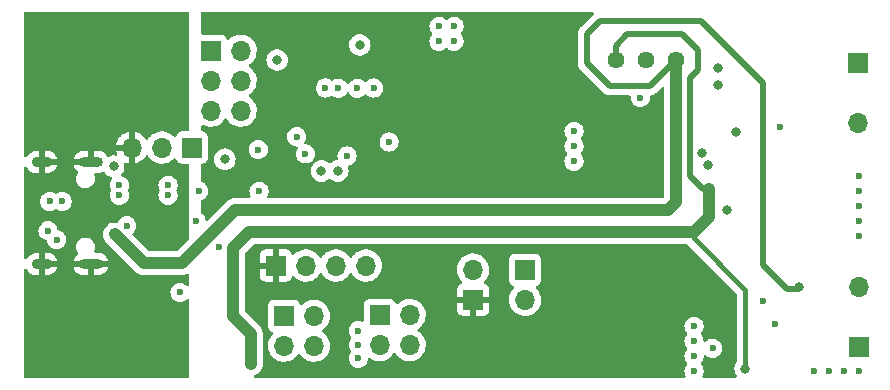
<source format=gbr>
G04 #@! TF.GenerationSoftware,KiCad,Pcbnew,(6.0.0)*
G04 #@! TF.CreationDate,2023-01-21T18:13:15+03:00*
G04 #@! TF.ProjectId,im_converter,696d5f63-6f6e-4766-9572-7465722e6b69,rev?*
G04 #@! TF.SameCoordinates,Original*
G04 #@! TF.FileFunction,Copper,L3,Inr*
G04 #@! TF.FilePolarity,Positive*
%FSLAX46Y46*%
G04 Gerber Fmt 4.6, Leading zero omitted, Abs format (unit mm)*
G04 Created by KiCad (PCBNEW (6.0.0)) date 2023-01-21 18:13:15*
%MOMM*%
%LPD*%
G01*
G04 APERTURE LIST*
G04 #@! TA.AperFunction,ComponentPad*
%ADD10R,1.700000X1.700000*%
G04 #@! TD*
G04 #@! TA.AperFunction,ComponentPad*
%ADD11O,1.700000X1.700000*%
G04 #@! TD*
G04 #@! TA.AperFunction,ComponentPad*
%ADD12O,1.700000X0.900000*%
G04 #@! TD*
G04 #@! TA.AperFunction,ComponentPad*
%ADD13O,2.000000X0.900000*%
G04 #@! TD*
G04 #@! TA.AperFunction,ComponentPad*
%ADD14C,1.440000*%
G04 #@! TD*
G04 #@! TA.AperFunction,ViaPad*
%ADD15C,0.600000*%
G04 #@! TD*
G04 #@! TA.AperFunction,ViaPad*
%ADD16C,0.800000*%
G04 #@! TD*
G04 #@! TA.AperFunction,Conductor*
%ADD17C,1.000000*%
G04 #@! TD*
G04 #@! TA.AperFunction,Conductor*
%ADD18C,0.500000*%
G04 #@! TD*
G04 #@! TA.AperFunction,Conductor*
%ADD19C,0.400000*%
G04 #@! TD*
G04 APERTURE END LIST*
D10*
X130220000Y-136000000D03*
D11*
X127680000Y-136000000D03*
X125140000Y-136000000D03*
D10*
X154020000Y-148870000D03*
D11*
X154020000Y-146330000D03*
D10*
X158410000Y-146350000D03*
D11*
X158410000Y-148890000D03*
D10*
X186620000Y-128820000D03*
D11*
X186620000Y-133900000D03*
D10*
X186670000Y-152870000D03*
D11*
X186670000Y-147790000D03*
D10*
X138000000Y-150240000D03*
D11*
X140540000Y-150240000D03*
X138000000Y-152780000D03*
X140540000Y-152780000D03*
D10*
X146110000Y-150190000D03*
D11*
X148650000Y-150190000D03*
X146110000Y-152730000D03*
X148650000Y-152730000D03*
D10*
X131800000Y-127800000D03*
D11*
X134340000Y-127800000D03*
X131800000Y-130340000D03*
X134340000Y-130340000D03*
X131800000Y-132880000D03*
X134340000Y-132880000D03*
D10*
X137320000Y-145990000D03*
D11*
X139860000Y-145990000D03*
X142400000Y-145990000D03*
X144940000Y-145990000D03*
D12*
X117490000Y-145860000D03*
D13*
X121660000Y-145860000D03*
D12*
X117490000Y-137220000D03*
D13*
X121660000Y-137220000D03*
D14*
X171210000Y-128600000D03*
X168670000Y-128600000D03*
X166130000Y-128600000D03*
D15*
X119380000Y-125730000D03*
D16*
X142560000Y-137990000D03*
X175510000Y-141250000D03*
D15*
X151130000Y-125730000D03*
D16*
X133000000Y-136990000D03*
D15*
X144300000Y-151500000D03*
X144300000Y-152700000D03*
X172720000Y-154940000D03*
X126365000Y-153035000D03*
X185420000Y-154940000D03*
D16*
X173900000Y-137470000D03*
D15*
X118110000Y-151130000D03*
X182880000Y-154940000D03*
X184150000Y-154940000D03*
X172720000Y-151130000D03*
D16*
X174740000Y-129260000D03*
X141170000Y-137990000D03*
D15*
X121920000Y-125730000D03*
X144300000Y-153840000D03*
X126365000Y-151765000D03*
X186690000Y-140970000D03*
X162560000Y-134620000D03*
X152400000Y-127000000D03*
X120650000Y-125730000D03*
X118110000Y-125730000D03*
D16*
X173440000Y-136460000D03*
D15*
X130556000Y-142240000D03*
X135890000Y-139700000D03*
X186690000Y-143510000D03*
X162560000Y-137160000D03*
X186690000Y-139700000D03*
X152400000Y-125730000D03*
X151130000Y-127000000D03*
X186690000Y-154940000D03*
X172720000Y-153670000D03*
X132540000Y-144460000D03*
D16*
X174770000Y-130670000D03*
D15*
X123190000Y-125730000D03*
D16*
X137430000Y-128580000D03*
D15*
X186690000Y-138430000D03*
X186690000Y-142240000D03*
X172720000Y-152400000D03*
X118110000Y-153670000D03*
D16*
X176300000Y-134670000D03*
X144420000Y-127310000D03*
D15*
X118110000Y-152400000D03*
X162560000Y-135890000D03*
D16*
X135200000Y-154300000D03*
X135200000Y-153090000D03*
X177050000Y-154720000D03*
X173970000Y-139550000D03*
X123700000Y-143360000D03*
X181630000Y-147790000D03*
X123590000Y-137580000D03*
D15*
X146910000Y-135530000D03*
X174290000Y-152990000D03*
D16*
X149490000Y-144720000D03*
X135010000Y-125340000D03*
X144410000Y-125580000D03*
X139260000Y-125580000D03*
X132750000Y-125340000D03*
X150420000Y-137620000D03*
X133900000Y-125340000D03*
X151580000Y-130200000D03*
X133100000Y-138790000D03*
D15*
X143340000Y-136710000D03*
X139080000Y-135080000D03*
X145590000Y-130960000D03*
X144230000Y-130980000D03*
X139820000Y-136540000D03*
X142600000Y-130970000D03*
X141520000Y-130960000D03*
X124690000Y-142620000D03*
X129200000Y-148270000D03*
X118177500Y-140557500D03*
X118028768Y-143048768D03*
X124060000Y-139195000D03*
X128190000Y-139195000D03*
X118771232Y-143791232D03*
X124060000Y-140045000D03*
X119215000Y-140570000D03*
X128190000Y-140045000D03*
X135840000Y-136170000D03*
X130770000Y-139680000D03*
X178590000Y-149000000D03*
X168190000Y-131780000D03*
X179980000Y-134240000D03*
X179550000Y-150910000D03*
D17*
X173970000Y-141850000D02*
X173970000Y-139550000D01*
X135070000Y-143140000D02*
X172680000Y-143140000D01*
D18*
X172390000Y-130130000D02*
X173050000Y-129470000D01*
X173520000Y-139550000D02*
X172390000Y-138420000D01*
X166130000Y-127370000D02*
X166130000Y-128600000D01*
D19*
X177050000Y-154720000D02*
X177050000Y-148070000D01*
D18*
X167090000Y-126410000D02*
X166130000Y-127370000D01*
D17*
X133720000Y-144490000D02*
X135070000Y-143140000D01*
D19*
X177050000Y-148070000D02*
X172680000Y-143700000D01*
D17*
X172680000Y-143140000D02*
X173970000Y-141850000D01*
D18*
X172390000Y-138420000D02*
X172390000Y-130130000D01*
D19*
X172680000Y-143700000D02*
X172680000Y-143140000D01*
D17*
X133720000Y-146310000D02*
X133720000Y-144490000D01*
D18*
X173050000Y-129470000D02*
X173050000Y-127780000D01*
X173970000Y-139550000D02*
X173520000Y-139550000D01*
X171680000Y-126410000D02*
X167090000Y-126410000D01*
D17*
X133690000Y-146340000D02*
X133720000Y-146310000D01*
X133690000Y-150280000D02*
X133690000Y-146340000D01*
X135200000Y-151790000D02*
X133690000Y-150280000D01*
D18*
X173050000Y-127780000D02*
X171680000Y-126410000D01*
D17*
X135200000Y-154300000D02*
X135200000Y-151790000D01*
D18*
X164750000Y-125270000D02*
X173340000Y-125270000D01*
D17*
X123700000Y-143360000D02*
X126120000Y-145780000D01*
D18*
X171210000Y-128600000D02*
X168990000Y-130820000D01*
X181470000Y-147950000D02*
X181630000Y-147790000D01*
X163630000Y-128840000D02*
X163630000Y-126390000D01*
D17*
X133890000Y-141270000D02*
X170550000Y-141270000D01*
D18*
X180610000Y-147950000D02*
X181470000Y-147950000D01*
D17*
X170550000Y-141270000D02*
X171210000Y-140610000D01*
D18*
X163630000Y-126390000D02*
X164750000Y-125270000D01*
X165610000Y-130820000D02*
X163630000Y-128840000D01*
D17*
X129380000Y-145780000D02*
X133890000Y-141270000D01*
X126120000Y-145780000D02*
X129380000Y-145780000D01*
D18*
X178600000Y-130530000D02*
X178600000Y-145940000D01*
X173340000Y-125270000D02*
X178600000Y-130530000D01*
X168990000Y-130820000D02*
X165610000Y-130820000D01*
D17*
X171210000Y-140610000D02*
X171210000Y-128600000D01*
D18*
X178600000Y-145940000D02*
X180610000Y-147950000D01*
G04 #@! TA.AperFunction,Conductor*
G36*
X172138421Y-144168502D02*
G01*
X172154113Y-144180418D01*
X172191190Y-144213452D01*
X172196446Y-144218416D01*
X176304595Y-148326566D01*
X176338621Y-148388878D01*
X176341500Y-148415661D01*
X176341500Y-154101256D01*
X176321498Y-154169377D01*
X176317436Y-154175317D01*
X176315379Y-154178148D01*
X176310960Y-154183056D01*
X176307659Y-154188774D01*
X176307658Y-154188775D01*
X176245065Y-154297190D01*
X176215473Y-154348444D01*
X176156458Y-154530072D01*
X176155768Y-154536633D01*
X176155768Y-154536635D01*
X176149623Y-154595106D01*
X176136496Y-154720000D01*
X176156458Y-154909928D01*
X176215473Y-155091556D01*
X176310960Y-155256944D01*
X176333243Y-155281691D01*
X176363959Y-155345698D01*
X176355194Y-155416152D01*
X176309731Y-155470682D01*
X176239605Y-155492000D01*
X173556624Y-155492000D01*
X173488503Y-155471998D01*
X173442010Y-155418342D01*
X173431906Y-155348068D01*
X173443256Y-155312484D01*
X173443643Y-155311902D01*
X173508055Y-155142338D01*
X173509035Y-155135366D01*
X173532748Y-154966639D01*
X173532748Y-154966636D01*
X173533299Y-154962717D01*
X173533616Y-154940000D01*
X173513397Y-154759745D01*
X173511080Y-154753091D01*
X173456064Y-154595106D01*
X173456062Y-154595103D01*
X173453745Y-154588448D01*
X173357626Y-154434624D01*
X173317979Y-154394699D01*
X173284172Y-154332268D01*
X173289484Y-154261470D01*
X173320492Y-154214670D01*
X173334272Y-154201547D01*
X173343266Y-154192982D01*
X173443643Y-154041902D01*
X173498348Y-153897892D01*
X173505555Y-153878920D01*
X173505556Y-153878918D01*
X173508055Y-153872338D01*
X173511668Y-153846632D01*
X173532748Y-153696639D01*
X173532748Y-153696636D01*
X173533299Y-153692717D01*
X173533468Y-153680622D01*
X173554420Y-153612788D01*
X173608721Y-153567049D01*
X173679129Y-153557928D01*
X173743291Y-153588321D01*
X173750084Y-153594847D01*
X173771382Y-153616902D01*
X173830633Y-153655675D01*
X173898417Y-153700031D01*
X173923159Y-153716222D01*
X173929763Y-153718678D01*
X173929765Y-153718679D01*
X174086558Y-153776990D01*
X174086560Y-153776990D01*
X174093168Y-153779448D01*
X174176995Y-153790633D01*
X174265980Y-153802507D01*
X174265984Y-153802507D01*
X174272961Y-153803438D01*
X174279972Y-153802800D01*
X174279976Y-153802800D01*
X174422459Y-153789832D01*
X174453600Y-153786998D01*
X174460302Y-153784820D01*
X174460304Y-153784820D01*
X174619409Y-153733124D01*
X174619412Y-153733123D01*
X174626108Y-153730947D01*
X174733150Y-153667137D01*
X174775860Y-153641677D01*
X174775862Y-153641676D01*
X174781912Y-153638069D01*
X174913266Y-153512982D01*
X175013643Y-153361902D01*
X175061297Y-153236453D01*
X175075555Y-153198920D01*
X175075556Y-153198918D01*
X175078055Y-153192338D01*
X175099286Y-153041273D01*
X175102748Y-153016639D01*
X175102748Y-153016636D01*
X175103299Y-153012717D01*
X175103616Y-152990000D01*
X175083397Y-152809745D01*
X175081080Y-152803091D01*
X175026064Y-152645106D01*
X175026062Y-152645103D01*
X175023745Y-152638448D01*
X174984626Y-152575844D01*
X174931359Y-152490598D01*
X174927626Y-152484624D01*
X174918835Y-152475771D01*
X174804778Y-152360915D01*
X174804774Y-152360912D01*
X174799815Y-152355918D01*
X174788697Y-152348862D01*
X174698160Y-152291406D01*
X174646666Y-152258727D01*
X174574815Y-152233142D01*
X174482425Y-152200243D01*
X174482420Y-152200242D01*
X174475790Y-152197881D01*
X174468802Y-152197048D01*
X174468799Y-152197047D01*
X174311605Y-152178303D01*
X174295680Y-152176404D01*
X174288677Y-152177140D01*
X174288676Y-152177140D01*
X174122288Y-152194628D01*
X174122286Y-152194629D01*
X174115288Y-152195364D01*
X173943579Y-152253818D01*
X173929457Y-152262506D01*
X173795095Y-152345166D01*
X173795092Y-152345168D01*
X173789088Y-152348862D01*
X173784050Y-152353796D01*
X173738307Y-152398590D01*
X173675642Y-152431960D01*
X173604883Y-152426154D01*
X173548496Y-152383014D01*
X173524935Y-152322611D01*
X173524003Y-152314297D01*
X173513397Y-152219745D01*
X173511080Y-152213091D01*
X173456064Y-152055106D01*
X173456062Y-152055103D01*
X173453745Y-152048448D01*
X173388765Y-151944457D01*
X173361359Y-151900598D01*
X173357626Y-151894624D01*
X173339532Y-151876403D01*
X173317979Y-151854699D01*
X173284172Y-151792268D01*
X173289484Y-151721470D01*
X173320492Y-151674670D01*
X173331781Y-151663919D01*
X173343266Y-151652982D01*
X173443643Y-151501902D01*
X173497962Y-151358909D01*
X173505555Y-151338920D01*
X173505556Y-151338918D01*
X173508055Y-151332338D01*
X173509035Y-151325366D01*
X173532748Y-151156639D01*
X173532748Y-151156636D01*
X173533299Y-151152717D01*
X173533501Y-151138238D01*
X173533561Y-151133962D01*
X173533561Y-151133957D01*
X173533616Y-151130000D01*
X173513397Y-150949745D01*
X173510727Y-150942077D01*
X173456064Y-150785106D01*
X173456062Y-150785103D01*
X173453745Y-150778448D01*
X173447365Y-150768238D01*
X173361359Y-150630598D01*
X173357626Y-150624624D01*
X173298522Y-150565106D01*
X173234778Y-150500915D01*
X173234774Y-150500912D01*
X173229815Y-150495918D01*
X173218697Y-150488862D01*
X173170538Y-150458300D01*
X173076666Y-150398727D01*
X173003029Y-150372506D01*
X172912425Y-150340243D01*
X172912420Y-150340242D01*
X172905790Y-150337881D01*
X172898802Y-150337048D01*
X172898799Y-150337047D01*
X172750704Y-150319388D01*
X172725680Y-150316404D01*
X172718677Y-150317140D01*
X172718676Y-150317140D01*
X172552288Y-150334628D01*
X172552286Y-150334629D01*
X172545288Y-150335364D01*
X172373579Y-150393818D01*
X172346304Y-150410598D01*
X172225095Y-150485166D01*
X172225092Y-150485168D01*
X172219088Y-150488862D01*
X172214053Y-150493793D01*
X172214050Y-150493795D01*
X172139330Y-150566967D01*
X172089493Y-150615771D01*
X171991235Y-150768238D01*
X171988826Y-150774858D01*
X171988824Y-150774861D01*
X171931606Y-150932066D01*
X171929197Y-150938685D01*
X171906463Y-151118640D01*
X171924163Y-151299160D01*
X171981418Y-151471273D01*
X171985065Y-151477295D01*
X171985066Y-151477297D01*
X172071506Y-151620027D01*
X172075380Y-151626424D01*
X172096023Y-151647800D01*
X172124042Y-151676815D01*
X172156974Y-151739712D01*
X172150674Y-151810428D01*
X172121565Y-151854364D01*
X172089493Y-151885771D01*
X171991235Y-152038238D01*
X171988826Y-152044858D01*
X171988824Y-152044861D01*
X171933129Y-152197881D01*
X171929197Y-152208685D01*
X171906463Y-152388640D01*
X171924163Y-152569160D01*
X171981418Y-152741273D01*
X171985065Y-152747295D01*
X171985066Y-152747297D01*
X172054624Y-152862151D01*
X172075380Y-152896424D01*
X172101027Y-152922982D01*
X172124042Y-152946815D01*
X172156974Y-153009712D01*
X172150674Y-153080428D01*
X172121565Y-153124364D01*
X172089493Y-153155771D01*
X171991235Y-153308238D01*
X171988826Y-153314858D01*
X171988824Y-153314861D01*
X171969566Y-153367773D01*
X171929197Y-153478685D01*
X171906463Y-153658640D01*
X171924163Y-153839160D01*
X171981418Y-154011273D01*
X171985065Y-154017295D01*
X171985066Y-154017297D01*
X172067148Y-154152831D01*
X172075380Y-154166424D01*
X172101027Y-154192982D01*
X172124042Y-154216815D01*
X172156974Y-154279712D01*
X172150674Y-154350428D01*
X172121565Y-154394364D01*
X172089493Y-154425771D01*
X171991235Y-154578238D01*
X171988826Y-154584858D01*
X171988824Y-154584861D01*
X171937248Y-154726565D01*
X171929197Y-154748685D01*
X171906463Y-154928640D01*
X171924163Y-155109160D01*
X171981418Y-155281273D01*
X171993202Y-155300730D01*
X172011380Y-155369358D01*
X171989570Y-155436922D01*
X171934694Y-155481968D01*
X171885425Y-155492000D01*
X135596384Y-155492000D01*
X135528263Y-155471998D01*
X135481770Y-155418342D01*
X135471666Y-155348068D01*
X135501160Y-155283488D01*
X135560809Y-155245126D01*
X135560915Y-155245095D01*
X135579619Y-155239590D01*
X135585077Y-155236737D01*
X135585081Y-155236735D01*
X135675853Y-155189280D01*
X135754890Y-155147960D01*
X135909025Y-155024032D01*
X136036154Y-154872526D01*
X136039121Y-154867128D01*
X136039125Y-154867123D01*
X136128467Y-154704608D01*
X136131433Y-154699213D01*
X136133846Y-154691608D01*
X136189373Y-154516564D01*
X136189373Y-154516563D01*
X136191235Y-154510694D01*
X136208500Y-154356773D01*
X136208500Y-152746695D01*
X136637251Y-152746695D01*
X136637548Y-152751848D01*
X136637548Y-152751851D01*
X136645537Y-152890401D01*
X136650110Y-152969715D01*
X136651247Y-152974761D01*
X136651248Y-152974767D01*
X136667594Y-153047297D01*
X136699222Y-153187639D01*
X136783266Y-153394616D01*
X136830727Y-153472066D01*
X136897291Y-153580688D01*
X136899987Y-153585088D01*
X137046250Y-153753938D01*
X137218126Y-153896632D01*
X137411000Y-154009338D01*
X137415825Y-154011180D01*
X137415826Y-154011181D01*
X137479024Y-154035314D01*
X137619692Y-154089030D01*
X137624760Y-154090061D01*
X137624763Y-154090062D01*
X137679784Y-154101256D01*
X137838597Y-154133567D01*
X137843772Y-154133757D01*
X137843774Y-154133757D01*
X138056673Y-154141564D01*
X138056677Y-154141564D01*
X138061837Y-154141753D01*
X138066957Y-154141097D01*
X138066959Y-154141097D01*
X138278288Y-154114025D01*
X138278289Y-154114025D01*
X138283416Y-154113368D01*
X138299812Y-154108449D01*
X138492429Y-154050661D01*
X138492434Y-154050659D01*
X138497384Y-154049174D01*
X138697994Y-153950896D01*
X138879860Y-153821173D01*
X138892013Y-153809063D01*
X139008766Y-153692717D01*
X139038096Y-153663489D01*
X139041581Y-153658640D01*
X139168453Y-153482077D01*
X139169776Y-153483028D01*
X139216645Y-153439857D01*
X139286580Y-153427625D01*
X139352026Y-153455144D01*
X139379875Y-153486994D01*
X139439987Y-153585088D01*
X139586250Y-153753938D01*
X139758126Y-153896632D01*
X139951000Y-154009338D01*
X139955825Y-154011180D01*
X139955826Y-154011181D01*
X140019024Y-154035314D01*
X140159692Y-154089030D01*
X140164760Y-154090061D01*
X140164763Y-154090062D01*
X140219784Y-154101256D01*
X140378597Y-154133567D01*
X140383772Y-154133757D01*
X140383774Y-154133757D01*
X140596673Y-154141564D01*
X140596677Y-154141564D01*
X140601837Y-154141753D01*
X140606957Y-154141097D01*
X140606959Y-154141097D01*
X140818288Y-154114025D01*
X140818289Y-154114025D01*
X140823416Y-154113368D01*
X140839812Y-154108449D01*
X141032429Y-154050661D01*
X141032434Y-154050659D01*
X141037384Y-154049174D01*
X141237994Y-153950896D01*
X141409392Y-153828640D01*
X143486463Y-153828640D01*
X143504163Y-154009160D01*
X143561418Y-154181273D01*
X143565065Y-154187295D01*
X143565066Y-154187297D01*
X143635719Y-154303959D01*
X143655380Y-154336424D01*
X143660269Y-154341487D01*
X143660270Y-154341488D01*
X143685719Y-154367841D01*
X143781382Y-154466902D01*
X143933159Y-154566222D01*
X143939763Y-154568678D01*
X143939765Y-154568679D01*
X144096558Y-154626990D01*
X144096560Y-154626990D01*
X144103168Y-154629448D01*
X144186995Y-154640633D01*
X144275980Y-154652507D01*
X144275984Y-154652507D01*
X144282961Y-154653438D01*
X144289972Y-154652800D01*
X144289976Y-154652800D01*
X144432459Y-154639832D01*
X144463600Y-154636998D01*
X144470302Y-154634820D01*
X144470304Y-154634820D01*
X144629409Y-154583124D01*
X144629412Y-154583123D01*
X144636108Y-154580947D01*
X144767308Y-154502736D01*
X144785860Y-154491677D01*
X144785862Y-154491676D01*
X144791912Y-154488069D01*
X144923266Y-154362982D01*
X145023643Y-154211902D01*
X145072321Y-154083757D01*
X145085555Y-154048920D01*
X145085556Y-154048918D01*
X145088055Y-154042338D01*
X145090284Y-154026482D01*
X145106329Y-153912310D01*
X145135617Y-153847636D01*
X145195221Y-153809063D01*
X145266217Y-153808838D01*
X145311587Y-153832901D01*
X145328126Y-153846632D01*
X145521000Y-153959338D01*
X145729692Y-154039030D01*
X145734760Y-154040061D01*
X145734763Y-154040062D01*
X145842017Y-154061883D01*
X145948597Y-154083567D01*
X145953772Y-154083757D01*
X145953774Y-154083757D01*
X146166673Y-154091564D01*
X146166677Y-154091564D01*
X146171837Y-154091753D01*
X146176957Y-154091097D01*
X146176959Y-154091097D01*
X146388288Y-154064025D01*
X146388289Y-154064025D01*
X146393416Y-154063368D01*
X146398366Y-154061883D01*
X146602429Y-154000661D01*
X146602434Y-154000659D01*
X146607384Y-153999174D01*
X146807994Y-153900896D01*
X146989860Y-153771173D01*
X147007156Y-153753938D01*
X147128305Y-153633211D01*
X147148096Y-153613489D01*
X147161485Y-153594857D01*
X147278453Y-153432077D01*
X147279776Y-153433028D01*
X147326645Y-153389857D01*
X147396580Y-153377625D01*
X147462026Y-153405144D01*
X147489875Y-153436994D01*
X147500997Y-153455144D01*
X147549987Y-153535088D01*
X147696250Y-153703938D01*
X147797066Y-153787637D01*
X147850684Y-153832151D01*
X147868126Y-153846632D01*
X148061000Y-153959338D01*
X148269692Y-154039030D01*
X148274760Y-154040061D01*
X148274763Y-154040062D01*
X148382017Y-154061883D01*
X148488597Y-154083567D01*
X148493772Y-154083757D01*
X148493774Y-154083757D01*
X148706673Y-154091564D01*
X148706677Y-154091564D01*
X148711837Y-154091753D01*
X148716957Y-154091097D01*
X148716959Y-154091097D01*
X148928288Y-154064025D01*
X148928289Y-154064025D01*
X148933416Y-154063368D01*
X148938366Y-154061883D01*
X149142429Y-154000661D01*
X149142434Y-154000659D01*
X149147384Y-153999174D01*
X149347994Y-153900896D01*
X149529860Y-153771173D01*
X149547156Y-153753938D01*
X149668305Y-153633211D01*
X149688096Y-153613489D01*
X149701485Y-153594857D01*
X149815435Y-153436277D01*
X149818453Y-153432077D01*
X149836968Y-153394616D01*
X149915136Y-153236453D01*
X149915137Y-153236451D01*
X149917430Y-153231811D01*
X149982370Y-153018069D01*
X150011529Y-152796590D01*
X150011852Y-152783365D01*
X150013074Y-152733365D01*
X150013074Y-152733361D01*
X150013156Y-152730000D01*
X149994852Y-152507361D01*
X149940431Y-152290702D01*
X149851354Y-152085840D01*
X149789610Y-151990398D01*
X149732822Y-151902617D01*
X149732820Y-151902614D01*
X149730014Y-151898277D01*
X149579670Y-151733051D01*
X149575619Y-151729852D01*
X149575615Y-151729848D01*
X149408414Y-151597800D01*
X149408410Y-151597798D01*
X149404359Y-151594598D01*
X149363053Y-151571796D01*
X149313084Y-151521364D01*
X149298312Y-151451921D01*
X149323428Y-151385516D01*
X149350780Y-151358909D01*
X149394603Y-151327650D01*
X149529860Y-151231173D01*
X149547156Y-151213938D01*
X149642787Y-151118640D01*
X149688096Y-151073489D01*
X149818453Y-150892077D01*
X149836696Y-150855166D01*
X149915136Y-150696453D01*
X149915137Y-150696451D01*
X149917430Y-150691811D01*
X149959039Y-150554861D01*
X149980865Y-150483023D01*
X149980865Y-150483021D01*
X149982370Y-150478069D01*
X150011529Y-150256590D01*
X150011852Y-150243365D01*
X150013074Y-150193365D01*
X150013074Y-150193361D01*
X150013156Y-150190000D01*
X149994852Y-149967361D01*
X149943939Y-149764669D01*
X152662001Y-149764669D01*
X152662371Y-149771490D01*
X152667895Y-149822352D01*
X152671521Y-149837604D01*
X152716676Y-149958054D01*
X152725214Y-149973649D01*
X152801715Y-150075724D01*
X152814276Y-150088285D01*
X152916351Y-150164786D01*
X152931946Y-150173324D01*
X153052394Y-150218478D01*
X153067649Y-150222105D01*
X153118514Y-150227631D01*
X153125328Y-150228000D01*
X153747885Y-150228000D01*
X153763124Y-150223525D01*
X153764329Y-150222135D01*
X153766000Y-150214452D01*
X153766000Y-150209884D01*
X154274000Y-150209884D01*
X154278475Y-150225123D01*
X154279865Y-150226328D01*
X154287548Y-150227999D01*
X154914669Y-150227999D01*
X154921490Y-150227629D01*
X154972352Y-150222105D01*
X154987604Y-150218479D01*
X155108054Y-150173324D01*
X155123649Y-150164786D01*
X155225724Y-150088285D01*
X155238285Y-150075724D01*
X155314786Y-149973649D01*
X155323324Y-149958054D01*
X155368478Y-149837606D01*
X155372105Y-149822351D01*
X155377631Y-149771486D01*
X155378000Y-149764672D01*
X155378000Y-149142115D01*
X155373525Y-149126876D01*
X155372135Y-149125671D01*
X155364452Y-149124000D01*
X154292115Y-149124000D01*
X154276876Y-149128475D01*
X154275671Y-149129865D01*
X154274000Y-149137548D01*
X154274000Y-150209884D01*
X153766000Y-150209884D01*
X153766000Y-149142115D01*
X153761525Y-149126876D01*
X153760135Y-149125671D01*
X153752452Y-149124000D01*
X152680116Y-149124000D01*
X152664877Y-149128475D01*
X152663672Y-149129865D01*
X152662001Y-149137548D01*
X152662001Y-149764669D01*
X149943939Y-149764669D01*
X149940431Y-149750702D01*
X149851354Y-149545840D01*
X149765168Y-149412617D01*
X149732822Y-149362617D01*
X149732820Y-149362614D01*
X149730014Y-149358277D01*
X149579670Y-149193051D01*
X149575619Y-149189852D01*
X149575615Y-149189848D01*
X149408414Y-149057800D01*
X149408410Y-149057798D01*
X149404359Y-149054598D01*
X149208789Y-148946638D01*
X149203920Y-148944914D01*
X149203916Y-148944912D01*
X149003087Y-148873795D01*
X149003083Y-148873794D01*
X148998212Y-148872069D01*
X148993119Y-148871162D01*
X148993116Y-148871161D01*
X148911905Y-148856695D01*
X157047251Y-148856695D01*
X157047548Y-148861848D01*
X157047548Y-148861851D01*
X157057050Y-149026639D01*
X157060110Y-149079715D01*
X157061247Y-149084761D01*
X157061248Y-149084767D01*
X157080600Y-149170635D01*
X157109222Y-149297639D01*
X157170673Y-149448976D01*
X157189940Y-149496424D01*
X157193266Y-149504616D01*
X157244019Y-149587438D01*
X157246504Y-149591492D01*
X157309987Y-149695088D01*
X157456250Y-149863938D01*
X157628126Y-150006632D01*
X157821000Y-150119338D01*
X158029692Y-150199030D01*
X158034760Y-150200061D01*
X158034763Y-150200062D01*
X158125281Y-150218478D01*
X158248597Y-150243567D01*
X158253772Y-150243757D01*
X158253774Y-150243757D01*
X158466673Y-150251564D01*
X158466677Y-150251564D01*
X158471837Y-150251753D01*
X158476957Y-150251097D01*
X158476959Y-150251097D01*
X158688288Y-150224025D01*
X158688289Y-150224025D01*
X158693416Y-150223368D01*
X158710785Y-150218157D01*
X158902429Y-150160661D01*
X158902434Y-150160659D01*
X158907384Y-150159174D01*
X159107994Y-150060896D01*
X159289860Y-149931173D01*
X159448096Y-149773489D01*
X159507594Y-149690689D01*
X159575435Y-149596277D01*
X159578453Y-149592077D01*
X159600908Y-149546644D01*
X159675136Y-149396453D01*
X159675137Y-149396451D01*
X159677430Y-149391811D01*
X159728936Y-149222285D01*
X159740865Y-149183023D01*
X159740865Y-149183021D01*
X159742370Y-149178069D01*
X159771529Y-148956590D01*
X159771818Y-148944771D01*
X159773074Y-148893365D01*
X159773074Y-148893361D01*
X159773156Y-148890000D01*
X159754852Y-148667361D01*
X159700431Y-148450702D01*
X159611354Y-148245840D01*
X159490014Y-148058277D01*
X159473587Y-148040224D01*
X159342798Y-147896488D01*
X159311746Y-147832642D01*
X159320141Y-147762143D01*
X159365317Y-147707375D01*
X159391761Y-147693706D01*
X159498297Y-147653767D01*
X159506705Y-147650615D01*
X159623261Y-147563261D01*
X159710615Y-147446705D01*
X159761745Y-147310316D01*
X159768500Y-147248134D01*
X159768500Y-145451866D01*
X159761745Y-145389684D01*
X159710615Y-145253295D01*
X159623261Y-145136739D01*
X159506705Y-145049385D01*
X159370316Y-144998255D01*
X159308134Y-144991500D01*
X157511866Y-144991500D01*
X157449684Y-144998255D01*
X157313295Y-145049385D01*
X157196739Y-145136739D01*
X157109385Y-145253295D01*
X157058255Y-145389684D01*
X157051500Y-145451866D01*
X157051500Y-147248134D01*
X157058255Y-147310316D01*
X157109385Y-147446705D01*
X157196739Y-147563261D01*
X157313295Y-147650615D01*
X157321704Y-147653767D01*
X157321705Y-147653768D01*
X157430451Y-147694535D01*
X157487216Y-147737176D01*
X157511916Y-147803738D01*
X157496709Y-147873087D01*
X157477316Y-147899568D01*
X157410289Y-147969708D01*
X157350629Y-148032138D01*
X157224743Y-148216680D01*
X157177716Y-148317992D01*
X157144812Y-148388878D01*
X157130688Y-148419305D01*
X157070989Y-148634570D01*
X157047251Y-148856695D01*
X148911905Y-148856695D01*
X148783373Y-148833800D01*
X148783367Y-148833799D01*
X148778284Y-148832894D01*
X148704452Y-148831992D01*
X148560081Y-148830228D01*
X148560079Y-148830228D01*
X148554911Y-148830165D01*
X148334091Y-148863955D01*
X148121756Y-148933357D01*
X148091443Y-148949137D01*
X148000195Y-148996638D01*
X147923607Y-149036507D01*
X147919474Y-149039610D01*
X147919471Y-149039612D01*
X147749100Y-149167530D01*
X147744965Y-149170635D01*
X147678824Y-149239848D01*
X147664283Y-149255064D01*
X147602759Y-149290494D01*
X147531846Y-149287037D01*
X147474060Y-149245791D01*
X147455207Y-149212243D01*
X147413767Y-149101703D01*
X147410615Y-149093295D01*
X147323261Y-148976739D01*
X147206705Y-148889385D01*
X147070316Y-148838255D01*
X147008134Y-148831500D01*
X145211866Y-148831500D01*
X145149684Y-148838255D01*
X145013295Y-148889385D01*
X144896739Y-148976739D01*
X144809385Y-149093295D01*
X144758255Y-149229684D01*
X144751500Y-149291866D01*
X144751500Y-150623880D01*
X144731498Y-150692001D01*
X144677842Y-150738494D01*
X144607568Y-150748598D01*
X144583235Y-150742580D01*
X144528505Y-150723091D01*
X144492424Y-150710243D01*
X144492422Y-150710243D01*
X144485790Y-150707881D01*
X144478802Y-150707048D01*
X144478799Y-150707047D01*
X144351024Y-150691811D01*
X144305680Y-150686404D01*
X144298677Y-150687140D01*
X144298676Y-150687140D01*
X144132288Y-150704628D01*
X144132286Y-150704629D01*
X144125288Y-150705364D01*
X143953579Y-150763818D01*
X143918976Y-150785106D01*
X143805095Y-150855166D01*
X143805092Y-150855168D01*
X143799088Y-150858862D01*
X143794053Y-150863793D01*
X143794050Y-150863795D01*
X143674525Y-150980843D01*
X143669493Y-150985771D01*
X143571235Y-151138238D01*
X143568826Y-151144858D01*
X143568824Y-151144861D01*
X143512664Y-151299160D01*
X143509197Y-151308685D01*
X143486463Y-151488640D01*
X143504163Y-151669160D01*
X143561418Y-151841273D01*
X143565065Y-151847295D01*
X143565066Y-151847297D01*
X143651730Y-151990398D01*
X143651733Y-151990401D01*
X143655380Y-151996424D01*
X143669593Y-152011142D01*
X143702524Y-152074037D01*
X143696224Y-152144753D01*
X143676598Y-152178303D01*
X143674531Y-152180838D01*
X143669493Y-152185771D01*
X143571235Y-152338238D01*
X143568826Y-152344858D01*
X143568824Y-152344861D01*
X143515780Y-152490598D01*
X143509197Y-152508685D01*
X143486463Y-152688640D01*
X143504163Y-152869160D01*
X143561418Y-153041273D01*
X143655380Y-153196424D01*
X143655623Y-153196675D01*
X143680381Y-153260375D01*
X143666242Y-153329950D01*
X143660750Y-153339337D01*
X143571235Y-153478238D01*
X143568826Y-153484858D01*
X143568824Y-153484861D01*
X143519361Y-153620760D01*
X143509197Y-153648685D01*
X143486463Y-153828640D01*
X141409392Y-153828640D01*
X141419860Y-153821173D01*
X141432013Y-153809063D01*
X141548766Y-153692717D01*
X141578096Y-153663489D01*
X141581581Y-153658640D01*
X141705435Y-153486277D01*
X141708453Y-153482077D01*
X141729320Y-153439857D01*
X141805136Y-153286453D01*
X141805137Y-153286451D01*
X141807430Y-153281811D01*
X141872370Y-153068069D01*
X141901529Y-152846590D01*
X141902670Y-152799908D01*
X141903074Y-152783365D01*
X141903074Y-152783361D01*
X141903156Y-152780000D01*
X141884852Y-152557361D01*
X141830431Y-152340702D01*
X141741354Y-152135840D01*
X141680950Y-152042469D01*
X141622822Y-151952617D01*
X141622820Y-151952614D01*
X141620014Y-151948277D01*
X141469670Y-151783051D01*
X141465619Y-151779852D01*
X141465615Y-151779848D01*
X141298414Y-151647800D01*
X141298410Y-151647798D01*
X141294359Y-151644598D01*
X141253053Y-151621796D01*
X141203084Y-151571364D01*
X141188312Y-151501921D01*
X141213428Y-151435516D01*
X141240780Y-151408909D01*
X141308092Y-151360896D01*
X141419860Y-151281173D01*
X141461835Y-151239345D01*
X141551175Y-151150316D01*
X141578096Y-151123489D01*
X141581581Y-151118640D01*
X141705435Y-150946277D01*
X141708453Y-150942077D01*
X141724307Y-150910000D01*
X141805136Y-150746453D01*
X141805137Y-150746451D01*
X141807430Y-150741811D01*
X141860552Y-150566967D01*
X141870865Y-150533023D01*
X141870865Y-150533021D01*
X141872370Y-150528069D01*
X141901529Y-150306590D01*
X141902156Y-150280915D01*
X141903074Y-150243365D01*
X141903074Y-150243361D01*
X141903156Y-150240000D01*
X141884852Y-150017361D01*
X141830431Y-149800702D01*
X141741354Y-149595840D01*
X141677039Y-149496424D01*
X141622822Y-149412617D01*
X141622820Y-149412614D01*
X141620014Y-149408277D01*
X141469670Y-149243051D01*
X141465619Y-149239852D01*
X141465615Y-149239848D01*
X141298414Y-149107800D01*
X141298410Y-149107798D01*
X141294359Y-149104598D01*
X141280931Y-149097185D01*
X141199260Y-149052101D01*
X141098789Y-148996638D01*
X141093920Y-148994914D01*
X141093916Y-148994912D01*
X140893087Y-148923795D01*
X140893083Y-148923794D01*
X140888212Y-148922069D01*
X140883119Y-148921162D01*
X140883116Y-148921161D01*
X140673373Y-148883800D01*
X140673367Y-148883799D01*
X140668284Y-148882894D01*
X140594452Y-148881992D01*
X140450081Y-148880228D01*
X140450079Y-148880228D01*
X140444911Y-148880165D01*
X140224091Y-148913955D01*
X140011756Y-148983357D01*
X139981443Y-148999137D01*
X139863257Y-149060661D01*
X139813607Y-149086507D01*
X139809474Y-149089610D01*
X139809471Y-149089612D01*
X139646142Y-149212243D01*
X139634965Y-149220635D01*
X139566198Y-149292596D01*
X139554283Y-149305064D01*
X139492759Y-149340494D01*
X139421846Y-149337037D01*
X139364060Y-149295791D01*
X139345207Y-149262243D01*
X139303767Y-149151703D01*
X139300615Y-149143295D01*
X139213261Y-149026739D01*
X139096705Y-148939385D01*
X138960316Y-148888255D01*
X138898134Y-148881500D01*
X137101866Y-148881500D01*
X137039684Y-148888255D01*
X136903295Y-148939385D01*
X136786739Y-149026739D01*
X136699385Y-149143295D01*
X136648255Y-149279684D01*
X136641500Y-149341866D01*
X136641500Y-151138134D01*
X136648255Y-151200316D01*
X136699385Y-151336705D01*
X136786739Y-151453261D01*
X136903295Y-151540615D01*
X136911704Y-151543767D01*
X136911705Y-151543768D01*
X137020451Y-151584535D01*
X137077216Y-151627176D01*
X137101916Y-151693738D01*
X137086709Y-151763087D01*
X137067316Y-151789568D01*
X136967082Y-151894457D01*
X136940629Y-151922138D01*
X136937720Y-151926403D01*
X136937714Y-151926411D01*
X136886499Y-152001489D01*
X136814743Y-152106680D01*
X136799003Y-152140590D01*
X136752206Y-152241406D01*
X136720688Y-152309305D01*
X136660989Y-152524570D01*
X136637251Y-152746695D01*
X136208500Y-152746695D01*
X136208500Y-151851840D01*
X136209237Y-151838232D01*
X136212659Y-151806736D01*
X136212659Y-151806732D01*
X136213324Y-151800611D01*
X136210289Y-151765918D01*
X136208950Y-151750609D01*
X136208621Y-151745784D01*
X136208500Y-151743313D01*
X136208500Y-151740231D01*
X136204309Y-151697489D01*
X136204187Y-151696174D01*
X136199955Y-151647800D01*
X136196087Y-151603587D01*
X136194600Y-151598468D01*
X136194080Y-151593167D01*
X136167199Y-151504133D01*
X136166864Y-151503000D01*
X136142627Y-151419578D01*
X136142625Y-151419574D01*
X136140908Y-151413663D01*
X136138457Y-151408934D01*
X136136916Y-151403831D01*
X136093230Y-151321669D01*
X136092683Y-151320627D01*
X136052728Y-151243545D01*
X136052727Y-151243544D01*
X136049892Y-151238074D01*
X136046569Y-151233911D01*
X136044066Y-151229204D01*
X136036056Y-151219382D01*
X135985263Y-151157105D01*
X135984500Y-151156160D01*
X135953261Y-151117027D01*
X135950770Y-151114536D01*
X135950120Y-151113809D01*
X135946408Y-151109463D01*
X135922955Y-151080708D01*
X135919065Y-151075938D01*
X135914323Y-151072015D01*
X135914321Y-151072013D01*
X135883727Y-151046703D01*
X135874947Y-151038713D01*
X134735405Y-149899171D01*
X134701379Y-149836859D01*
X134698500Y-149810076D01*
X134698500Y-146884669D01*
X135962001Y-146884669D01*
X135962371Y-146891490D01*
X135967895Y-146942352D01*
X135971521Y-146957604D01*
X136016676Y-147078054D01*
X136025214Y-147093649D01*
X136101715Y-147195724D01*
X136114276Y-147208285D01*
X136216351Y-147284786D01*
X136231946Y-147293324D01*
X136352394Y-147338478D01*
X136367649Y-147342105D01*
X136418514Y-147347631D01*
X136425328Y-147348000D01*
X137047885Y-147348000D01*
X137063124Y-147343525D01*
X137064329Y-147342135D01*
X137066000Y-147334452D01*
X137066000Y-147329884D01*
X137574000Y-147329884D01*
X137578475Y-147345123D01*
X137579865Y-147346328D01*
X137587548Y-147347999D01*
X138214669Y-147347999D01*
X138221490Y-147347629D01*
X138272352Y-147342105D01*
X138287604Y-147338479D01*
X138408054Y-147293324D01*
X138423649Y-147284786D01*
X138525724Y-147208285D01*
X138538285Y-147195724D01*
X138614786Y-147093649D01*
X138623324Y-147078054D01*
X138664225Y-146968952D01*
X138706867Y-146912188D01*
X138773428Y-146887488D01*
X138842777Y-146902696D01*
X138877444Y-146930684D01*
X138902865Y-146960031D01*
X138902869Y-146960035D01*
X138906250Y-146963938D01*
X139078126Y-147106632D01*
X139271000Y-147219338D01*
X139479692Y-147299030D01*
X139484760Y-147300061D01*
X139484763Y-147300062D01*
X139571531Y-147317715D01*
X139698597Y-147343567D01*
X139703772Y-147343757D01*
X139703774Y-147343757D01*
X139916673Y-147351564D01*
X139916677Y-147351564D01*
X139921837Y-147351753D01*
X139926957Y-147351097D01*
X139926959Y-147351097D01*
X140138288Y-147324025D01*
X140138289Y-147324025D01*
X140143416Y-147323368D01*
X140160925Y-147318115D01*
X140352429Y-147260661D01*
X140352434Y-147260659D01*
X140357384Y-147259174D01*
X140557994Y-147160896D01*
X140739860Y-147031173D01*
X140750863Y-147020209D01*
X140842992Y-146928401D01*
X140898096Y-146873489D01*
X140992275Y-146742425D01*
X141028453Y-146692077D01*
X141029776Y-146693028D01*
X141076645Y-146649857D01*
X141146580Y-146637625D01*
X141212026Y-146665144D01*
X141239875Y-146696994D01*
X141299987Y-146795088D01*
X141446250Y-146963938D01*
X141618126Y-147106632D01*
X141811000Y-147219338D01*
X142019692Y-147299030D01*
X142024760Y-147300061D01*
X142024763Y-147300062D01*
X142111531Y-147317715D01*
X142238597Y-147343567D01*
X142243772Y-147343757D01*
X142243774Y-147343757D01*
X142456673Y-147351564D01*
X142456677Y-147351564D01*
X142461837Y-147351753D01*
X142466957Y-147351097D01*
X142466959Y-147351097D01*
X142678288Y-147324025D01*
X142678289Y-147324025D01*
X142683416Y-147323368D01*
X142700925Y-147318115D01*
X142892429Y-147260661D01*
X142892434Y-147260659D01*
X142897384Y-147259174D01*
X143097994Y-147160896D01*
X143279860Y-147031173D01*
X143290863Y-147020209D01*
X143382992Y-146928401D01*
X143438096Y-146873489D01*
X143532275Y-146742425D01*
X143568453Y-146692077D01*
X143569776Y-146693028D01*
X143616645Y-146649857D01*
X143686580Y-146637625D01*
X143752026Y-146665144D01*
X143779875Y-146696994D01*
X143839987Y-146795088D01*
X143986250Y-146963938D01*
X144158126Y-147106632D01*
X144351000Y-147219338D01*
X144559692Y-147299030D01*
X144564760Y-147300061D01*
X144564763Y-147300062D01*
X144651531Y-147317715D01*
X144778597Y-147343567D01*
X144783772Y-147343757D01*
X144783774Y-147343757D01*
X144996673Y-147351564D01*
X144996677Y-147351564D01*
X145001837Y-147351753D01*
X145006957Y-147351097D01*
X145006959Y-147351097D01*
X145218288Y-147324025D01*
X145218289Y-147324025D01*
X145223416Y-147323368D01*
X145240925Y-147318115D01*
X145432429Y-147260661D01*
X145432434Y-147260659D01*
X145437384Y-147259174D01*
X145637994Y-147160896D01*
X145819860Y-147031173D01*
X145830863Y-147020209D01*
X145922992Y-146928401D01*
X145978096Y-146873489D01*
X146072275Y-146742425D01*
X146105435Y-146696277D01*
X146108453Y-146692077D01*
X146128211Y-146652101D01*
X146205136Y-146496453D01*
X146205137Y-146496451D01*
X146207430Y-146491811D01*
X146261594Y-146313538D01*
X146266711Y-146296695D01*
X152657251Y-146296695D01*
X152657548Y-146301848D01*
X152657548Y-146301851D01*
X152664217Y-146417508D01*
X152670110Y-146519715D01*
X152671247Y-146524761D01*
X152671248Y-146524767D01*
X152691119Y-146612939D01*
X152719222Y-146737639D01*
X152757461Y-146831811D01*
X152794851Y-146923891D01*
X152803266Y-146944616D01*
X152821293Y-146974034D01*
X152911584Y-147121375D01*
X152919987Y-147135088D01*
X153066250Y-147303938D01*
X153070225Y-147307238D01*
X153070231Y-147307244D01*
X153075425Y-147311556D01*
X153115059Y-147370460D01*
X153116555Y-147441441D01*
X153079439Y-147501962D01*
X153039168Y-147526480D01*
X152931946Y-147566676D01*
X152916351Y-147575214D01*
X152814276Y-147651715D01*
X152801715Y-147664276D01*
X152725214Y-147766351D01*
X152716676Y-147781946D01*
X152671522Y-147902394D01*
X152667895Y-147917649D01*
X152662369Y-147968514D01*
X152662000Y-147975328D01*
X152662000Y-148597885D01*
X152666475Y-148613124D01*
X152667865Y-148614329D01*
X152675548Y-148616000D01*
X155359884Y-148616000D01*
X155375123Y-148611525D01*
X155376328Y-148610135D01*
X155377999Y-148602452D01*
X155377999Y-147975331D01*
X155377629Y-147968510D01*
X155372105Y-147917648D01*
X155368479Y-147902396D01*
X155323324Y-147781946D01*
X155314786Y-147766351D01*
X155238285Y-147664276D01*
X155225724Y-147651715D01*
X155123649Y-147575214D01*
X155108054Y-147566676D01*
X154997813Y-147525348D01*
X154941049Y-147482706D01*
X154916349Y-147416145D01*
X154931557Y-147346796D01*
X154953104Y-147318115D01*
X155054430Y-147217144D01*
X155054440Y-147217132D01*
X155058096Y-147213489D01*
X155061836Y-147208285D01*
X155185435Y-147036277D01*
X155188453Y-147032077D01*
X155194319Y-147020209D01*
X155285136Y-146836453D01*
X155285137Y-146836451D01*
X155287430Y-146831811D01*
X155331294Y-146687438D01*
X155350865Y-146623023D01*
X155350865Y-146623021D01*
X155352370Y-146618069D01*
X155381529Y-146396590D01*
X155382839Y-146342976D01*
X155383074Y-146333365D01*
X155383074Y-146333361D01*
X155383156Y-146330000D01*
X155364852Y-146107361D01*
X155310431Y-145890702D01*
X155221354Y-145685840D01*
X155152688Y-145579698D01*
X155102822Y-145502617D01*
X155102820Y-145502614D01*
X155100014Y-145498277D01*
X154949670Y-145333051D01*
X154945619Y-145329852D01*
X154945615Y-145329848D01*
X154778414Y-145197800D01*
X154778410Y-145197798D01*
X154774359Y-145194598D01*
X154578789Y-145086638D01*
X154573920Y-145084914D01*
X154573916Y-145084912D01*
X154373087Y-145013795D01*
X154373083Y-145013794D01*
X154368212Y-145012069D01*
X154363119Y-145011162D01*
X154363116Y-145011161D01*
X154153373Y-144973800D01*
X154153367Y-144973799D01*
X154148284Y-144972894D01*
X154074452Y-144971992D01*
X153930081Y-144970228D01*
X153930079Y-144970228D01*
X153924911Y-144970165D01*
X153704091Y-145003955D01*
X153491756Y-145073357D01*
X153465736Y-145086902D01*
X153335965Y-145154457D01*
X153293607Y-145176507D01*
X153289474Y-145179610D01*
X153289471Y-145179612D01*
X153146372Y-145287054D01*
X153114965Y-145310635D01*
X152960629Y-145472138D01*
X152834743Y-145656680D01*
X152740688Y-145859305D01*
X152680989Y-146074570D01*
X152657251Y-146296695D01*
X146266711Y-146296695D01*
X146270865Y-146283023D01*
X146270865Y-146283021D01*
X146272370Y-146278069D01*
X146301529Y-146056590D01*
X146303156Y-145990000D01*
X146284852Y-145767361D01*
X146230431Y-145550702D01*
X146141354Y-145345840D01*
X146039682Y-145188679D01*
X146022822Y-145162617D01*
X146022820Y-145162614D01*
X146020014Y-145158277D01*
X145869670Y-144993051D01*
X145865619Y-144989852D01*
X145865615Y-144989848D01*
X145698414Y-144857800D01*
X145698410Y-144857798D01*
X145694359Y-144854598D01*
X145498789Y-144746638D01*
X145493920Y-144744914D01*
X145493916Y-144744912D01*
X145293087Y-144673795D01*
X145293083Y-144673794D01*
X145288212Y-144672069D01*
X145283119Y-144671162D01*
X145283116Y-144671161D01*
X145073373Y-144633800D01*
X145073367Y-144633799D01*
X145068284Y-144632894D01*
X144994452Y-144631992D01*
X144850081Y-144630228D01*
X144850079Y-144630228D01*
X144844911Y-144630165D01*
X144624091Y-144663955D01*
X144411756Y-144733357D01*
X144213607Y-144836507D01*
X144209474Y-144839610D01*
X144209471Y-144839612D01*
X144039100Y-144967530D01*
X144034965Y-144970635D01*
X144031393Y-144974373D01*
X143923858Y-145086902D01*
X143880629Y-145132138D01*
X143773201Y-145289621D01*
X143718293Y-145334621D01*
X143647768Y-145342792D01*
X143584021Y-145311538D01*
X143563324Y-145287054D01*
X143482822Y-145162617D01*
X143482820Y-145162614D01*
X143480014Y-145158277D01*
X143329670Y-144993051D01*
X143325619Y-144989852D01*
X143325615Y-144989848D01*
X143158414Y-144857800D01*
X143158410Y-144857798D01*
X143154359Y-144854598D01*
X142958789Y-144746638D01*
X142953920Y-144744914D01*
X142953916Y-144744912D01*
X142753087Y-144673795D01*
X142753083Y-144673794D01*
X142748212Y-144672069D01*
X142743119Y-144671162D01*
X142743116Y-144671161D01*
X142533373Y-144633800D01*
X142533367Y-144633799D01*
X142528284Y-144632894D01*
X142454452Y-144631992D01*
X142310081Y-144630228D01*
X142310079Y-144630228D01*
X142304911Y-144630165D01*
X142084091Y-144663955D01*
X141871756Y-144733357D01*
X141673607Y-144836507D01*
X141669474Y-144839610D01*
X141669471Y-144839612D01*
X141499100Y-144967530D01*
X141494965Y-144970635D01*
X141491393Y-144974373D01*
X141383858Y-145086902D01*
X141340629Y-145132138D01*
X141233201Y-145289621D01*
X141178293Y-145334621D01*
X141107768Y-145342792D01*
X141044021Y-145311538D01*
X141023324Y-145287054D01*
X140942822Y-145162617D01*
X140942820Y-145162614D01*
X140940014Y-145158277D01*
X140789670Y-144993051D01*
X140785619Y-144989852D01*
X140785615Y-144989848D01*
X140618414Y-144857800D01*
X140618410Y-144857798D01*
X140614359Y-144854598D01*
X140418789Y-144746638D01*
X140413920Y-144744914D01*
X140413916Y-144744912D01*
X140213087Y-144673795D01*
X140213083Y-144673794D01*
X140208212Y-144672069D01*
X140203119Y-144671162D01*
X140203116Y-144671161D01*
X139993373Y-144633800D01*
X139993367Y-144633799D01*
X139988284Y-144632894D01*
X139914452Y-144631992D01*
X139770081Y-144630228D01*
X139770079Y-144630228D01*
X139764911Y-144630165D01*
X139544091Y-144663955D01*
X139331756Y-144733357D01*
X139133607Y-144836507D01*
X139129474Y-144839610D01*
X139129471Y-144839612D01*
X138959100Y-144967530D01*
X138954965Y-144970635D01*
X138951393Y-144974373D01*
X138873898Y-145055466D01*
X138812374Y-145090895D01*
X138741462Y-145087438D01*
X138683676Y-145046192D01*
X138664823Y-145012644D01*
X138623324Y-144901946D01*
X138614786Y-144886351D01*
X138538285Y-144784276D01*
X138525724Y-144771715D01*
X138423649Y-144695214D01*
X138408054Y-144686676D01*
X138287606Y-144641522D01*
X138272351Y-144637895D01*
X138221486Y-144632369D01*
X138214672Y-144632000D01*
X137592115Y-144632000D01*
X137576876Y-144636475D01*
X137575671Y-144637865D01*
X137574000Y-144645548D01*
X137574000Y-147329884D01*
X137066000Y-147329884D01*
X137066000Y-146262115D01*
X137061525Y-146246876D01*
X137060135Y-146245671D01*
X137052452Y-146244000D01*
X135980116Y-146244000D01*
X135964877Y-146248475D01*
X135963672Y-146249865D01*
X135962001Y-146257548D01*
X135962001Y-146884669D01*
X134698500Y-146884669D01*
X134698500Y-146580345D01*
X134704398Y-146542246D01*
X134709372Y-146526567D01*
X134711235Y-146520694D01*
X134711829Y-146515398D01*
X134713387Y-146510302D01*
X134722790Y-146417743D01*
X134722911Y-146416607D01*
X134728500Y-146366773D01*
X134728500Y-146363246D01*
X134728555Y-146362261D01*
X134729002Y-146356581D01*
X134733374Y-146313538D01*
X134729059Y-146267891D01*
X134728500Y-146256033D01*
X134728500Y-145717885D01*
X135962000Y-145717885D01*
X135966475Y-145733124D01*
X135967865Y-145734329D01*
X135975548Y-145736000D01*
X137047885Y-145736000D01*
X137063124Y-145731525D01*
X137064329Y-145730135D01*
X137066000Y-145722452D01*
X137066000Y-144650116D01*
X137061525Y-144634877D01*
X137060135Y-144633672D01*
X137052452Y-144632001D01*
X136425331Y-144632001D01*
X136418510Y-144632371D01*
X136367648Y-144637895D01*
X136352396Y-144641521D01*
X136231946Y-144686676D01*
X136216351Y-144695214D01*
X136114276Y-144771715D01*
X136101715Y-144784276D01*
X136025214Y-144886351D01*
X136016676Y-144901946D01*
X135971522Y-145022394D01*
X135967895Y-145037649D01*
X135962369Y-145088514D01*
X135962000Y-145095328D01*
X135962000Y-145717885D01*
X134728500Y-145717885D01*
X134728500Y-144959926D01*
X134748502Y-144891805D01*
X134765404Y-144870831D01*
X135450829Y-144185405D01*
X135513142Y-144151380D01*
X135539925Y-144148500D01*
X172070300Y-144148500D01*
X172138421Y-144168502D01*
G37*
G04 #@! TD.AperFunction*
G04 #@! TA.AperFunction,Conductor*
G36*
X164202210Y-124528002D02*
G01*
X164248703Y-124581658D01*
X164258807Y-124651932D01*
X164225563Y-124720652D01*
X164206873Y-124740382D01*
X164204494Y-124742825D01*
X163141089Y-125806230D01*
X163126677Y-125818616D01*
X163115082Y-125827149D01*
X163115077Y-125827154D01*
X163109182Y-125831492D01*
X163104443Y-125837070D01*
X163104440Y-125837073D01*
X163074965Y-125871768D01*
X163068035Y-125879284D01*
X163062340Y-125884979D01*
X163060060Y-125887861D01*
X163044719Y-125907251D01*
X163041928Y-125910655D01*
X162999409Y-125960703D01*
X162994667Y-125966285D01*
X162991339Y-125972801D01*
X162987972Y-125977850D01*
X162984805Y-125982979D01*
X162980266Y-125988716D01*
X162949345Y-126054875D01*
X162947442Y-126058769D01*
X162914231Y-126123808D01*
X162912492Y-126130916D01*
X162910393Y-126136559D01*
X162908476Y-126142322D01*
X162905378Y-126148950D01*
X162903888Y-126156112D01*
X162903888Y-126156113D01*
X162890514Y-126220412D01*
X162889544Y-126224696D01*
X162872192Y-126295610D01*
X162871500Y-126306764D01*
X162871464Y-126306762D01*
X162871225Y-126310755D01*
X162870851Y-126314947D01*
X162869360Y-126322115D01*
X162869558Y-126329432D01*
X162871454Y-126399521D01*
X162871500Y-126402928D01*
X162871500Y-128772930D01*
X162870067Y-128791880D01*
X162866801Y-128813349D01*
X162867394Y-128820641D01*
X162867394Y-128820644D01*
X162871085Y-128866018D01*
X162871500Y-128876233D01*
X162871500Y-128884293D01*
X162871925Y-128887937D01*
X162874789Y-128912507D01*
X162875222Y-128916882D01*
X162879616Y-128970896D01*
X162881140Y-128989637D01*
X162883396Y-128996601D01*
X162884587Y-129002560D01*
X162885971Y-129008415D01*
X162886818Y-129015681D01*
X162911735Y-129084327D01*
X162913152Y-129088455D01*
X162915347Y-129095229D01*
X162935649Y-129157899D01*
X162939445Y-129164154D01*
X162941951Y-129169628D01*
X162944670Y-129175058D01*
X162947167Y-129181937D01*
X162951180Y-129188057D01*
X162951180Y-129188058D01*
X162987186Y-129242976D01*
X162989523Y-129246680D01*
X163027405Y-129309107D01*
X163031121Y-129313315D01*
X163031122Y-129313316D01*
X163034803Y-129317484D01*
X163034776Y-129317508D01*
X163037429Y-129320500D01*
X163040132Y-129323733D01*
X163044144Y-129329852D01*
X163083608Y-129367237D01*
X163100383Y-129383128D01*
X163102825Y-129385506D01*
X165026230Y-131308911D01*
X165038616Y-131323323D01*
X165047149Y-131334918D01*
X165047154Y-131334923D01*
X165051492Y-131340818D01*
X165057070Y-131345557D01*
X165057073Y-131345560D01*
X165091768Y-131375035D01*
X165099284Y-131381965D01*
X165104979Y-131387660D01*
X165107861Y-131389940D01*
X165127251Y-131405281D01*
X165130655Y-131408072D01*
X165180703Y-131450591D01*
X165186285Y-131455333D01*
X165192801Y-131458661D01*
X165197850Y-131462028D01*
X165202979Y-131465195D01*
X165208716Y-131469734D01*
X165274875Y-131500655D01*
X165278769Y-131502558D01*
X165343808Y-131535769D01*
X165350917Y-131537508D01*
X165356551Y-131539604D01*
X165362321Y-131541523D01*
X165368950Y-131544622D01*
X165376113Y-131546112D01*
X165376116Y-131546113D01*
X165426830Y-131556661D01*
X165440435Y-131559491D01*
X165444701Y-131560457D01*
X165515610Y-131577808D01*
X165521212Y-131578156D01*
X165521215Y-131578156D01*
X165526764Y-131578500D01*
X165526762Y-131578535D01*
X165530734Y-131578775D01*
X165534955Y-131579152D01*
X165542115Y-131580641D01*
X165619542Y-131578546D01*
X165622950Y-131578500D01*
X167257565Y-131578500D01*
X167325686Y-131598502D01*
X167372179Y-131652158D01*
X167382571Y-131720292D01*
X167376463Y-131768640D01*
X167394163Y-131949160D01*
X167451418Y-132121273D01*
X167455065Y-132127295D01*
X167455066Y-132127297D01*
X167520802Y-132235840D01*
X167545380Y-132276424D01*
X167671382Y-132406902D01*
X167823159Y-132506222D01*
X167829763Y-132508678D01*
X167829765Y-132508679D01*
X167986558Y-132566990D01*
X167986560Y-132566990D01*
X167993168Y-132569448D01*
X168076995Y-132580633D01*
X168165980Y-132592507D01*
X168165984Y-132592507D01*
X168172961Y-132593438D01*
X168179972Y-132592800D01*
X168179976Y-132592800D01*
X168322459Y-132579832D01*
X168353600Y-132576998D01*
X168360302Y-132574820D01*
X168360304Y-132574820D01*
X168519409Y-132523124D01*
X168519412Y-132523123D01*
X168526108Y-132520947D01*
X168681912Y-132428069D01*
X168813266Y-132302982D01*
X168913643Y-132151902D01*
X168978055Y-131982338D01*
X168979035Y-131975366D01*
X169002748Y-131806639D01*
X169002748Y-131806636D01*
X169003299Y-131802717D01*
X169003616Y-131780000D01*
X168995857Y-131710830D01*
X169008141Y-131640906D01*
X169056279Y-131588722D01*
X169110857Y-131571201D01*
X169132339Y-131569454D01*
X169132342Y-131569453D01*
X169139637Y-131568860D01*
X169146601Y-131566604D01*
X169152560Y-131565413D01*
X169158415Y-131564029D01*
X169165681Y-131563182D01*
X169234327Y-131538265D01*
X169238455Y-131536848D01*
X169300936Y-131516607D01*
X169300938Y-131516606D01*
X169307899Y-131514351D01*
X169314154Y-131510555D01*
X169319628Y-131508049D01*
X169325058Y-131505330D01*
X169331937Y-131502833D01*
X169353376Y-131488777D01*
X169392976Y-131462814D01*
X169396680Y-131460477D01*
X169459107Y-131422595D01*
X169467484Y-131415197D01*
X169467508Y-131415224D01*
X169470500Y-131412571D01*
X169473733Y-131409868D01*
X169479852Y-131405856D01*
X169533128Y-131349617D01*
X169535506Y-131347175D01*
X169986405Y-130896276D01*
X170048717Y-130862250D01*
X170119532Y-130867315D01*
X170176368Y-130909862D01*
X170201179Y-130976382D01*
X170201500Y-130985371D01*
X170201500Y-140135500D01*
X170181498Y-140203621D01*
X170127842Y-140250114D01*
X170075500Y-140261500D01*
X136721741Y-140261500D01*
X136653620Y-140241498D01*
X136607127Y-140187842D01*
X136597023Y-140117568D01*
X136609675Y-140077904D01*
X136609742Y-140077773D01*
X136613643Y-140071902D01*
X136678055Y-139902338D01*
X136680866Y-139882338D01*
X136702748Y-139726639D01*
X136702748Y-139726636D01*
X136703299Y-139722717D01*
X136703452Y-139711738D01*
X136703561Y-139703962D01*
X136703561Y-139703957D01*
X136703616Y-139700000D01*
X136683397Y-139519745D01*
X136680267Y-139510757D01*
X136626064Y-139355106D01*
X136626062Y-139355103D01*
X136623745Y-139348448D01*
X136527626Y-139194624D01*
X136487647Y-139154365D01*
X136404778Y-139070915D01*
X136404774Y-139070912D01*
X136399815Y-139065918D01*
X136388697Y-139058862D01*
X136287506Y-138994645D01*
X136246666Y-138968727D01*
X136201112Y-138952506D01*
X136082425Y-138910243D01*
X136082420Y-138910242D01*
X136075790Y-138907881D01*
X136068802Y-138907048D01*
X136068799Y-138907047D01*
X135940462Y-138891744D01*
X135895680Y-138886404D01*
X135888677Y-138887140D01*
X135888676Y-138887140D01*
X135722288Y-138904628D01*
X135722286Y-138904629D01*
X135715288Y-138905364D01*
X135543579Y-138963818D01*
X135522453Y-138976815D01*
X135395095Y-139055166D01*
X135395092Y-139055168D01*
X135389088Y-139058862D01*
X135384053Y-139063793D01*
X135384050Y-139063795D01*
X135275872Y-139169731D01*
X135259493Y-139185771D01*
X135161235Y-139338238D01*
X135158826Y-139344858D01*
X135158824Y-139344861D01*
X135106476Y-139488685D01*
X135099197Y-139508685D01*
X135076463Y-139688640D01*
X135094163Y-139869160D01*
X135151418Y-140041273D01*
X135161411Y-140057773D01*
X135168955Y-140070230D01*
X135187133Y-140138859D01*
X135165322Y-140206423D01*
X135110446Y-140251468D01*
X135061178Y-140261500D01*
X133951842Y-140261500D01*
X133938235Y-140260763D01*
X133906737Y-140257341D01*
X133906732Y-140257341D01*
X133900611Y-140256676D01*
X133882611Y-140258251D01*
X133850609Y-140261050D01*
X133845784Y-140261379D01*
X133843313Y-140261500D01*
X133840231Y-140261500D01*
X133817763Y-140263703D01*
X133797489Y-140265691D01*
X133796174Y-140265813D01*
X133763913Y-140268636D01*
X133703587Y-140273913D01*
X133698468Y-140275400D01*
X133693167Y-140275920D01*
X133604166Y-140302791D01*
X133603033Y-140303126D01*
X133519586Y-140327370D01*
X133519582Y-140327372D01*
X133513664Y-140329091D01*
X133508932Y-140331544D01*
X133503831Y-140333084D01*
X133498388Y-140335978D01*
X133421740Y-140376731D01*
X133420574Y-140377343D01*
X133364862Y-140406222D01*
X133338074Y-140420108D01*
X133333911Y-140423431D01*
X133329204Y-140425934D01*
X133257082Y-140484755D01*
X133256226Y-140485446D01*
X133217027Y-140516738D01*
X133214523Y-140519242D01*
X133213805Y-140519884D01*
X133209472Y-140523585D01*
X133175938Y-140550935D01*
X133172011Y-140555682D01*
X133172009Y-140555684D01*
X133146713Y-140586262D01*
X133138723Y-140595042D01*
X132262278Y-141471488D01*
X131567264Y-142166502D01*
X131504952Y-142200527D01*
X131434137Y-142195463D01*
X131377301Y-142152916D01*
X131352954Y-142091454D01*
X131350182Y-142066743D01*
X131349397Y-142059745D01*
X131346109Y-142050302D01*
X131292064Y-141895106D01*
X131292062Y-141895103D01*
X131289745Y-141888448D01*
X131193626Y-141734624D01*
X131065815Y-141605918D01*
X131059870Y-141602145D01*
X131059866Y-141602142D01*
X131058487Y-141601267D01*
X131057793Y-141600476D01*
X131054376Y-141597728D01*
X131054859Y-141597128D01*
X131011688Y-141547878D01*
X131000000Y-141494881D01*
X131000000Y-140546968D01*
X131020002Y-140478847D01*
X131073658Y-140432354D01*
X131087063Y-140427135D01*
X131090760Y-140425934D01*
X131106108Y-140420947D01*
X131237080Y-140342872D01*
X131255860Y-140331677D01*
X131255862Y-140331676D01*
X131261912Y-140328069D01*
X131393266Y-140202982D01*
X131493643Y-140051902D01*
X131535423Y-139941917D01*
X131555555Y-139888920D01*
X131555556Y-139888918D01*
X131558055Y-139882338D01*
X131583299Y-139702717D01*
X131583452Y-139691738D01*
X131583561Y-139683962D01*
X131583561Y-139683957D01*
X131583616Y-139680000D01*
X131563397Y-139499745D01*
X131561080Y-139493091D01*
X131506064Y-139335106D01*
X131506062Y-139335103D01*
X131503745Y-139328448D01*
X131407626Y-139174624D01*
X131387508Y-139154365D01*
X131284778Y-139050915D01*
X131284774Y-139050912D01*
X131279815Y-139045918D01*
X131268697Y-139038862D01*
X131199021Y-138994645D01*
X131126666Y-138948727D01*
X131083732Y-138933439D01*
X131026269Y-138891744D01*
X131000469Y-138825601D01*
X131000000Y-138814740D01*
X131000000Y-137990000D01*
X140256496Y-137990000D01*
X140276458Y-138179928D01*
X140335473Y-138361556D01*
X140338776Y-138367278D01*
X140338777Y-138367279D01*
X140368431Y-138418640D01*
X140430960Y-138526944D01*
X140435378Y-138531851D01*
X140435379Y-138531852D01*
X140538599Y-138646489D01*
X140558747Y-138668866D01*
X140611150Y-138706939D01*
X140699698Y-138771273D01*
X140713248Y-138781118D01*
X140719276Y-138783802D01*
X140719278Y-138783803D01*
X140836376Y-138835938D01*
X140887712Y-138858794D01*
X140981113Y-138878647D01*
X141068056Y-138897128D01*
X141068061Y-138897128D01*
X141074513Y-138898500D01*
X141265487Y-138898500D01*
X141271939Y-138897128D01*
X141271944Y-138897128D01*
X141358887Y-138878647D01*
X141452288Y-138858794D01*
X141503624Y-138835938D01*
X141620722Y-138783803D01*
X141620724Y-138783802D01*
X141626752Y-138781118D01*
X141640303Y-138771273D01*
X141728850Y-138706939D01*
X141781253Y-138668866D01*
X141782349Y-138667649D01*
X141844692Y-138637727D01*
X141915146Y-138646489D01*
X141947073Y-138667007D01*
X141948747Y-138668866D01*
X142001150Y-138706939D01*
X142089698Y-138771273D01*
X142103248Y-138781118D01*
X142109276Y-138783802D01*
X142109278Y-138783803D01*
X142226376Y-138835938D01*
X142277712Y-138858794D01*
X142371113Y-138878647D01*
X142458056Y-138897128D01*
X142458061Y-138897128D01*
X142464513Y-138898500D01*
X142655487Y-138898500D01*
X142661939Y-138897128D01*
X142661944Y-138897128D01*
X142748887Y-138878647D01*
X142842288Y-138858794D01*
X142893624Y-138835938D01*
X143010722Y-138783803D01*
X143010724Y-138783802D01*
X143016752Y-138781118D01*
X143030303Y-138771273D01*
X143118850Y-138706939D01*
X143171253Y-138668866D01*
X143191401Y-138646489D01*
X143294621Y-138531852D01*
X143294622Y-138531851D01*
X143299040Y-138526944D01*
X143361569Y-138418640D01*
X143391223Y-138367279D01*
X143391224Y-138367278D01*
X143394527Y-138361556D01*
X143453542Y-138179928D01*
X143473504Y-137990000D01*
X143470035Y-137956998D01*
X143454232Y-137806635D01*
X143454232Y-137806633D01*
X143453542Y-137800072D01*
X143420218Y-137697512D01*
X143410704Y-137668230D01*
X143408677Y-137597262D01*
X143445339Y-137536465D01*
X143502857Y-137507066D01*
X143503600Y-137506998D01*
X143510302Y-137504820D01*
X143510304Y-137504820D01*
X143669409Y-137453124D01*
X143669412Y-137453123D01*
X143676108Y-137450947D01*
X143772513Y-137393478D01*
X143825860Y-137361677D01*
X143825862Y-137361676D01*
X143831912Y-137358069D01*
X143963266Y-137232982D01*
X144019303Y-137148640D01*
X161746463Y-137148640D01*
X161764163Y-137329160D01*
X161821418Y-137501273D01*
X161825065Y-137507295D01*
X161825066Y-137507297D01*
X161905581Y-137640243D01*
X161915380Y-137656424D01*
X161920269Y-137661487D01*
X161920270Y-137661488D01*
X161924826Y-137666206D01*
X162041382Y-137786902D01*
X162047278Y-137790760D01*
X162151245Y-137858794D01*
X162193159Y-137886222D01*
X162199763Y-137888678D01*
X162199765Y-137888679D01*
X162356558Y-137946990D01*
X162356560Y-137946990D01*
X162363168Y-137949448D01*
X162446995Y-137960633D01*
X162535980Y-137972507D01*
X162535984Y-137972507D01*
X162542961Y-137973438D01*
X162549972Y-137972800D01*
X162549976Y-137972800D01*
X162692459Y-137959832D01*
X162723600Y-137956998D01*
X162730302Y-137954820D01*
X162730304Y-137954820D01*
X162889409Y-137903124D01*
X162889412Y-137903123D01*
X162896108Y-137900947D01*
X163051912Y-137808069D01*
X163183266Y-137682982D01*
X163283643Y-137531902D01*
X163348055Y-137362338D01*
X163349338Y-137353211D01*
X163372748Y-137186639D01*
X163372748Y-137186636D01*
X163373299Y-137182717D01*
X163373616Y-137160000D01*
X163353397Y-136979745D01*
X163351080Y-136973091D01*
X163296064Y-136815106D01*
X163296062Y-136815103D01*
X163293745Y-136808448D01*
X163248079Y-136735366D01*
X163201359Y-136660598D01*
X163197626Y-136654624D01*
X163157979Y-136614699D01*
X163124172Y-136552268D01*
X163129484Y-136481470D01*
X163160492Y-136434670D01*
X163169872Y-136425737D01*
X163183266Y-136412982D01*
X163283643Y-136261902D01*
X163348055Y-136092338D01*
X163349035Y-136085366D01*
X163372748Y-135916639D01*
X163372748Y-135916636D01*
X163373299Y-135912717D01*
X163373515Y-135897238D01*
X163373561Y-135893962D01*
X163373561Y-135893957D01*
X163373616Y-135890000D01*
X163353397Y-135709745D01*
X163349711Y-135699160D01*
X163296064Y-135545106D01*
X163296062Y-135545103D01*
X163293745Y-135538448D01*
X163228366Y-135433818D01*
X163201359Y-135390598D01*
X163197626Y-135384624D01*
X163188835Y-135375771D01*
X163157979Y-135344699D01*
X163124172Y-135282268D01*
X163129484Y-135211470D01*
X163160492Y-135164670D01*
X163169872Y-135155737D01*
X163183266Y-135142982D01*
X163283643Y-134991902D01*
X163348055Y-134822338D01*
X163351706Y-134796362D01*
X163372748Y-134646639D01*
X163372748Y-134646636D01*
X163373299Y-134642717D01*
X163373616Y-134620000D01*
X163353397Y-134439745D01*
X163351080Y-134433091D01*
X163296064Y-134275106D01*
X163296062Y-134275103D01*
X163293745Y-134268448D01*
X163290009Y-134262469D01*
X163201359Y-134120598D01*
X163197626Y-134114624D01*
X163177907Y-134094767D01*
X163074778Y-133990915D01*
X163074774Y-133990912D01*
X163069815Y-133985918D01*
X163058697Y-133978862D01*
X162967793Y-133921173D01*
X162916666Y-133888727D01*
X162840378Y-133861562D01*
X162752425Y-133830243D01*
X162752420Y-133830242D01*
X162745790Y-133827881D01*
X162738802Y-133827048D01*
X162738799Y-133827047D01*
X162615698Y-133812368D01*
X162565680Y-133806404D01*
X162558677Y-133807140D01*
X162558676Y-133807140D01*
X162392288Y-133824628D01*
X162392286Y-133824629D01*
X162385288Y-133825364D01*
X162213579Y-133883818D01*
X162205600Y-133888727D01*
X162065095Y-133975166D01*
X162065092Y-133975168D01*
X162059088Y-133978862D01*
X162054053Y-133983793D01*
X162054050Y-133983795D01*
X161934525Y-134100843D01*
X161929493Y-134105771D01*
X161831235Y-134258238D01*
X161828826Y-134264858D01*
X161828824Y-134264861D01*
X161796924Y-134352506D01*
X161769197Y-134428685D01*
X161746463Y-134608640D01*
X161764163Y-134789160D01*
X161821418Y-134961273D01*
X161825065Y-134967295D01*
X161825066Y-134967297D01*
X161908633Y-135105283D01*
X161915380Y-135116424D01*
X161941027Y-135142982D01*
X161964042Y-135166815D01*
X161996974Y-135229712D01*
X161990674Y-135300428D01*
X161961565Y-135344364D01*
X161929493Y-135375771D01*
X161831235Y-135528238D01*
X161828826Y-135534858D01*
X161828824Y-135534861D01*
X161783413Y-135659627D01*
X161769197Y-135698685D01*
X161746463Y-135878640D01*
X161764163Y-136059160D01*
X161821418Y-136231273D01*
X161825065Y-136237295D01*
X161825066Y-136237297D01*
X161899223Y-136359745D01*
X161915380Y-136386424D01*
X161941027Y-136412982D01*
X161964042Y-136436815D01*
X161996974Y-136499712D01*
X161990674Y-136570428D01*
X161961565Y-136614364D01*
X161929493Y-136645771D01*
X161831235Y-136798238D01*
X161828826Y-136804858D01*
X161828824Y-136804861D01*
X161787424Y-136918606D01*
X161769197Y-136968685D01*
X161746463Y-137148640D01*
X144019303Y-137148640D01*
X144063643Y-137081902D01*
X144120185Y-136933056D01*
X144125555Y-136918920D01*
X144125556Y-136918918D01*
X144128055Y-136912338D01*
X144130320Y-136896222D01*
X144152748Y-136736639D01*
X144152748Y-136736636D01*
X144153299Y-136732717D01*
X144153452Y-136721738D01*
X144153561Y-136713962D01*
X144153561Y-136713957D01*
X144153616Y-136710000D01*
X144133397Y-136529745D01*
X144130577Y-136521646D01*
X144076064Y-136365106D01*
X144076062Y-136365103D01*
X144073745Y-136358448D01*
X144070009Y-136352469D01*
X143981359Y-136210598D01*
X143977626Y-136204624D01*
X143963941Y-136190843D01*
X143854778Y-136080915D01*
X143854774Y-136080912D01*
X143849815Y-136075918D01*
X143838697Y-136068862D01*
X143725056Y-135996744D01*
X143696666Y-135978727D01*
X143667463Y-135968328D01*
X143532425Y-135920243D01*
X143532420Y-135920242D01*
X143525790Y-135917881D01*
X143518802Y-135917048D01*
X143518799Y-135917047D01*
X143391787Y-135901902D01*
X143345680Y-135896404D01*
X143338677Y-135897140D01*
X143338676Y-135897140D01*
X143172288Y-135914628D01*
X143172286Y-135914629D01*
X143165288Y-135915364D01*
X142993579Y-135973818D01*
X142987575Y-135977512D01*
X142845095Y-136065166D01*
X142845092Y-136065168D01*
X142839088Y-136068862D01*
X142834053Y-136073793D01*
X142834050Y-136073795D01*
X142720634Y-136184861D01*
X142709493Y-136195771D01*
X142611235Y-136348238D01*
X142608826Y-136354858D01*
X142608824Y-136354861D01*
X142554327Y-136504590D01*
X142549197Y-136518685D01*
X142526463Y-136698640D01*
X142544163Y-136879160D01*
X142549338Y-136894717D01*
X142557285Y-136918606D01*
X142559808Y-136989558D01*
X142523571Y-137050610D01*
X142463924Y-137081625D01*
X142412121Y-137092636D01*
X142277712Y-137121206D01*
X142271682Y-137123891D01*
X142271681Y-137123891D01*
X142109278Y-137196197D01*
X142109276Y-137196198D01*
X142103248Y-137198882D01*
X141948747Y-137311134D01*
X141947651Y-137312351D01*
X141885308Y-137342273D01*
X141814854Y-137333511D01*
X141782927Y-137312993D01*
X141781253Y-137311134D01*
X141626752Y-137198882D01*
X141620724Y-137196198D01*
X141620722Y-137196197D01*
X141458319Y-137123891D01*
X141458318Y-137123891D01*
X141452288Y-137121206D01*
X141337021Y-137096705D01*
X141271944Y-137082872D01*
X141271939Y-137082872D01*
X141265487Y-137081500D01*
X141074513Y-137081500D01*
X141068061Y-137082872D01*
X141068056Y-137082872D01*
X141002979Y-137096705D01*
X140887712Y-137121206D01*
X140881682Y-137123891D01*
X140881681Y-137123891D01*
X140719278Y-137196197D01*
X140719276Y-137196198D01*
X140713248Y-137198882D01*
X140558747Y-137311134D01*
X140554326Y-137316044D01*
X140554325Y-137316045D01*
X140464368Y-137415953D01*
X140430960Y-137453056D01*
X140335473Y-137618444D01*
X140276458Y-137800072D01*
X140275768Y-137806633D01*
X140275768Y-137806635D01*
X140259965Y-137956998D01*
X140256496Y-137990000D01*
X131000000Y-137990000D01*
X131000000Y-137484074D01*
X131020002Y-137415953D01*
X131073658Y-137369460D01*
X131118136Y-137358516D01*
X131118134Y-137358500D01*
X131118257Y-137358487D01*
X131118260Y-137358486D01*
X131122102Y-137358069D01*
X131124440Y-137357815D01*
X131180316Y-137351745D01*
X131316705Y-137300615D01*
X131433261Y-137213261D01*
X131520615Y-137096705D01*
X131560617Y-136990000D01*
X132086496Y-136990000D01*
X132087186Y-136996565D01*
X132104364Y-137160000D01*
X132106458Y-137179928D01*
X132165473Y-137361556D01*
X132168776Y-137367278D01*
X132168777Y-137367279D01*
X132170036Y-137369460D01*
X132260960Y-137526944D01*
X132265378Y-137531851D01*
X132265379Y-137531852D01*
X132338194Y-137612721D01*
X132388747Y-137668866D01*
X132543248Y-137781118D01*
X132549276Y-137783802D01*
X132549278Y-137783803D01*
X132711681Y-137856109D01*
X132717712Y-137858794D01*
X132811113Y-137878647D01*
X132898056Y-137897128D01*
X132898061Y-137897128D01*
X132904513Y-137898500D01*
X133095487Y-137898500D01*
X133101939Y-137897128D01*
X133101944Y-137897128D01*
X133188887Y-137878647D01*
X133282288Y-137858794D01*
X133288319Y-137856109D01*
X133450722Y-137783803D01*
X133450724Y-137783802D01*
X133456752Y-137781118D01*
X133611253Y-137668866D01*
X133661806Y-137612721D01*
X133734621Y-137531852D01*
X133734622Y-137531851D01*
X133739040Y-137526944D01*
X133829964Y-137369460D01*
X133831223Y-137367279D01*
X133831224Y-137367278D01*
X133834527Y-137361556D01*
X133893542Y-137179928D01*
X133895637Y-137160000D01*
X133912814Y-136996565D01*
X133913504Y-136990000D01*
X133905424Y-136913124D01*
X133894232Y-136806635D01*
X133894232Y-136806633D01*
X133893542Y-136800072D01*
X133834527Y-136618444D01*
X133817420Y-136588813D01*
X133786532Y-136535314D01*
X133739040Y-136453056D01*
X133661325Y-136366744D01*
X133615675Y-136316045D01*
X133615674Y-136316044D01*
X133611253Y-136311134D01*
X133512157Y-136239136D01*
X133462094Y-136202763D01*
X133462093Y-136202762D01*
X133456752Y-136198882D01*
X133450724Y-136196198D01*
X133450722Y-136196197D01*
X133366367Y-136158640D01*
X135026463Y-136158640D01*
X135044163Y-136339160D01*
X135101418Y-136511273D01*
X135105065Y-136517295D01*
X135105066Y-136517297D01*
X135188234Y-136654624D01*
X135195380Y-136666424D01*
X135200269Y-136671487D01*
X135200270Y-136671488D01*
X135215357Y-136687111D01*
X135321382Y-136796902D01*
X135333545Y-136804861D01*
X135450315Y-136881273D01*
X135473159Y-136896222D01*
X135479763Y-136898678D01*
X135479765Y-136898679D01*
X135636558Y-136956990D01*
X135636560Y-136956990D01*
X135643168Y-136959448D01*
X135712395Y-136968685D01*
X135815980Y-136982507D01*
X135815984Y-136982507D01*
X135822961Y-136983438D01*
X135829972Y-136982800D01*
X135829976Y-136982800D01*
X135972459Y-136969832D01*
X136003600Y-136966998D01*
X136010302Y-136964820D01*
X136010304Y-136964820D01*
X136169409Y-136913124D01*
X136169412Y-136913123D01*
X136176108Y-136910947D01*
X136331912Y-136818069D01*
X136463266Y-136692982D01*
X136563643Y-136541902D01*
X136605423Y-136431917D01*
X136625555Y-136378920D01*
X136625556Y-136378918D01*
X136628055Y-136372338D01*
X136629035Y-136365366D01*
X136652748Y-136196639D01*
X136652748Y-136196636D01*
X136653299Y-136192717D01*
X136653501Y-136178238D01*
X136653561Y-136173962D01*
X136653561Y-136173957D01*
X136653616Y-136170000D01*
X136633397Y-135989745D01*
X136629560Y-135978727D01*
X136576064Y-135825106D01*
X136576062Y-135825103D01*
X136573745Y-135818448D01*
X136550429Y-135781134D01*
X136481359Y-135670598D01*
X136477626Y-135664624D01*
X136416413Y-135602982D01*
X136354778Y-135540915D01*
X136354774Y-135540912D01*
X136349815Y-135535918D01*
X136338697Y-135528862D01*
X136290538Y-135498300D01*
X136196666Y-135438727D01*
X136164567Y-135427297D01*
X136032425Y-135380243D01*
X136032420Y-135380242D01*
X136025790Y-135377881D01*
X136018802Y-135377048D01*
X136018799Y-135377047D01*
X135895698Y-135362368D01*
X135845680Y-135356404D01*
X135838677Y-135357140D01*
X135838676Y-135357140D01*
X135672288Y-135374628D01*
X135672286Y-135374629D01*
X135665288Y-135375364D01*
X135493579Y-135433818D01*
X135487575Y-135437512D01*
X135345095Y-135525166D01*
X135345092Y-135525168D01*
X135339088Y-135528862D01*
X135334053Y-135533793D01*
X135334050Y-135533795D01*
X135263399Y-135602982D01*
X135209493Y-135655771D01*
X135111235Y-135808238D01*
X135108826Y-135814858D01*
X135108824Y-135814861D01*
X135071418Y-135917633D01*
X135049197Y-135978685D01*
X135026463Y-136158640D01*
X133366367Y-136158640D01*
X133288319Y-136123891D01*
X133288318Y-136123891D01*
X133282288Y-136121206D01*
X133177441Y-136098920D01*
X133101944Y-136082872D01*
X133101939Y-136082872D01*
X133095487Y-136081500D01*
X132904513Y-136081500D01*
X132898061Y-136082872D01*
X132898056Y-136082872D01*
X132822559Y-136098920D01*
X132717712Y-136121206D01*
X132711682Y-136123891D01*
X132711681Y-136123891D01*
X132549278Y-136196197D01*
X132549276Y-136196198D01*
X132543248Y-136198882D01*
X132537907Y-136202762D01*
X132537906Y-136202763D01*
X132487843Y-136239136D01*
X132388747Y-136311134D01*
X132384326Y-136316044D01*
X132384325Y-136316045D01*
X132338676Y-136366744D01*
X132260960Y-136453056D01*
X132213468Y-136535314D01*
X132182581Y-136588813D01*
X132165473Y-136618444D01*
X132106458Y-136800072D01*
X132105768Y-136806633D01*
X132105768Y-136806635D01*
X132094576Y-136913124D01*
X132086496Y-136990000D01*
X131560617Y-136990000D01*
X131571745Y-136960316D01*
X131578500Y-136898134D01*
X131578500Y-135101866D01*
X131574891Y-135068640D01*
X138266463Y-135068640D01*
X138284163Y-135249160D01*
X138341418Y-135421273D01*
X138345065Y-135427295D01*
X138345066Y-135427297D01*
X138425926Y-135560813D01*
X138435380Y-135576424D01*
X138561382Y-135706902D01*
X138610311Y-135738920D01*
X138668887Y-135777251D01*
X138713159Y-135806222D01*
X138719763Y-135808678D01*
X138719765Y-135808679D01*
X138876558Y-135866990D01*
X138876560Y-135866990D01*
X138883168Y-135869448D01*
X138988955Y-135883563D01*
X139061205Y-135893204D01*
X139126082Y-135922040D01*
X139165070Y-135981373D01*
X139165790Y-136052366D01*
X139150454Y-136086348D01*
X139091235Y-136178238D01*
X139088826Y-136184858D01*
X139088824Y-136184861D01*
X139041077Y-136316045D01*
X139029197Y-136348685D01*
X139006463Y-136528640D01*
X139024163Y-136709160D01*
X139081418Y-136881273D01*
X139085065Y-136887295D01*
X139085066Y-136887297D01*
X139151241Y-136996565D01*
X139175380Y-137036424D01*
X139180269Y-137041487D01*
X139180270Y-137041488D01*
X139229746Y-137092721D01*
X139301382Y-137166902D01*
X139453159Y-137266222D01*
X139459763Y-137268678D01*
X139459765Y-137268679D01*
X139616558Y-137326990D01*
X139616560Y-137326990D01*
X139623168Y-137329448D01*
X139706995Y-137340633D01*
X139795980Y-137352507D01*
X139795984Y-137352507D01*
X139802961Y-137353438D01*
X139809972Y-137352800D01*
X139809976Y-137352800D01*
X139952459Y-137339832D01*
X139983600Y-137336998D01*
X139990302Y-137334820D01*
X139990304Y-137334820D01*
X140149409Y-137283124D01*
X140149412Y-137283123D01*
X140156108Y-137280947D01*
X140293773Y-137198882D01*
X140305860Y-137191677D01*
X140305862Y-137191676D01*
X140311912Y-137188069D01*
X140443266Y-137062982D01*
X140543643Y-136911902D01*
X140587653Y-136796045D01*
X140605555Y-136748920D01*
X140605556Y-136748918D01*
X140608055Y-136742338D01*
X140609964Y-136728757D01*
X140632748Y-136566639D01*
X140632748Y-136566636D01*
X140633299Y-136562717D01*
X140633616Y-136540000D01*
X140613397Y-136359745D01*
X140610863Y-136352469D01*
X140556064Y-136195106D01*
X140556062Y-136195103D01*
X140553745Y-136188448D01*
X140472958Y-136059160D01*
X140461359Y-136040598D01*
X140457626Y-136034624D01*
X140443502Y-136020401D01*
X140334778Y-135910915D01*
X140334774Y-135910912D01*
X140329815Y-135905918D01*
X140318697Y-135898862D01*
X140202475Y-135825106D01*
X140176666Y-135808727D01*
X140147463Y-135798328D01*
X140012425Y-135750243D01*
X140012420Y-135750242D01*
X140005790Y-135747881D01*
X139998804Y-135747048D01*
X139998800Y-135747047D01*
X139907011Y-135736102D01*
X139839639Y-135728069D01*
X139774367Y-135700142D01*
X139734554Y-135641359D01*
X139732842Y-135570383D01*
X139749610Y-135533228D01*
X139759302Y-135518640D01*
X146096463Y-135518640D01*
X146114163Y-135699160D01*
X146171418Y-135871273D01*
X146175065Y-135877295D01*
X146175066Y-135877297D01*
X146243167Y-135989745D01*
X146265380Y-136026424D01*
X146270269Y-136031487D01*
X146270270Y-136031488D01*
X146322300Y-136085366D01*
X146391382Y-136156902D01*
X146440062Y-136188757D01*
X146514239Y-136237297D01*
X146543159Y-136256222D01*
X146549763Y-136258678D01*
X146549765Y-136258679D01*
X146706558Y-136316990D01*
X146706560Y-136316990D01*
X146713168Y-136319448D01*
X146796995Y-136330633D01*
X146885980Y-136342507D01*
X146885984Y-136342507D01*
X146892961Y-136343438D01*
X146899972Y-136342800D01*
X146899976Y-136342800D01*
X147042459Y-136329832D01*
X147073600Y-136326998D01*
X147080302Y-136324820D01*
X147080304Y-136324820D01*
X147239409Y-136273124D01*
X147239412Y-136273123D01*
X147246108Y-136270947D01*
X147360488Y-136202763D01*
X147395860Y-136181677D01*
X147395862Y-136181676D01*
X147401912Y-136178069D01*
X147533266Y-136052982D01*
X147633643Y-135901902D01*
X147680994Y-135777251D01*
X147695555Y-135738920D01*
X147695556Y-135738918D01*
X147698055Y-135732338D01*
X147701630Y-135706902D01*
X147722748Y-135556639D01*
X147722748Y-135556636D01*
X147723299Y-135552717D01*
X147723531Y-135536109D01*
X147723561Y-135533962D01*
X147723561Y-135533957D01*
X147723616Y-135530000D01*
X147703397Y-135349745D01*
X147701080Y-135343091D01*
X147646064Y-135185106D01*
X147646062Y-135185103D01*
X147643745Y-135178448D01*
X147608153Y-135121488D01*
X147551359Y-135030598D01*
X147547626Y-135024624D01*
X147542664Y-135019627D01*
X147424778Y-134900915D01*
X147424774Y-134900912D01*
X147419815Y-134895918D01*
X147413133Y-134891677D01*
X147352762Y-134853365D01*
X147266666Y-134798727D01*
X147179928Y-134767841D01*
X147102425Y-134740243D01*
X147102420Y-134740242D01*
X147095790Y-134737881D01*
X147088802Y-134737048D01*
X147088799Y-134737047D01*
X146965698Y-134722368D01*
X146915680Y-134716404D01*
X146908677Y-134717140D01*
X146908676Y-134717140D01*
X146742288Y-134734628D01*
X146742286Y-134734629D01*
X146735288Y-134735364D01*
X146563579Y-134793818D01*
X146517221Y-134822338D01*
X146415095Y-134885166D01*
X146415092Y-134885168D01*
X146409088Y-134888862D01*
X146404053Y-134893793D01*
X146404050Y-134893795D01*
X146303867Y-134991902D01*
X146279493Y-135015771D01*
X146181235Y-135168238D01*
X146178826Y-135174858D01*
X146178824Y-135174861D01*
X146150108Y-135253757D01*
X146119197Y-135338685D01*
X146096463Y-135518640D01*
X139759302Y-135518640D01*
X139803643Y-135451902D01*
X139868055Y-135282338D01*
X139871768Y-135255918D01*
X139892748Y-135106639D01*
X139892748Y-135106636D01*
X139893299Y-135102717D01*
X139893616Y-135080000D01*
X139873397Y-134899745D01*
X139870750Y-134892143D01*
X139816064Y-134735106D01*
X139816062Y-134735103D01*
X139813745Y-134728448D01*
X139717626Y-134574624D01*
X139662409Y-134519020D01*
X139594778Y-134450915D01*
X139594774Y-134450912D01*
X139589815Y-134445918D01*
X139578697Y-134438862D01*
X139520313Y-134401811D01*
X139436666Y-134348727D01*
X139407463Y-134338328D01*
X139272425Y-134290243D01*
X139272420Y-134290242D01*
X139265790Y-134287881D01*
X139258802Y-134287048D01*
X139258799Y-134287047D01*
X139102821Y-134268448D01*
X139085680Y-134266404D01*
X139078677Y-134267140D01*
X139078676Y-134267140D01*
X138912288Y-134284628D01*
X138912286Y-134284629D01*
X138905288Y-134285364D01*
X138733579Y-134343818D01*
X138727575Y-134347512D01*
X138585095Y-134435166D01*
X138585092Y-134435168D01*
X138579088Y-134438862D01*
X138574053Y-134443793D01*
X138574050Y-134443795D01*
X138500393Y-134515926D01*
X138449493Y-134565771D01*
X138399905Y-134642717D01*
X138356491Y-134710083D01*
X138351235Y-134718238D01*
X138348826Y-134724858D01*
X138348824Y-134724861D01*
X138293363Y-134877240D01*
X138289197Y-134888685D01*
X138266463Y-135068640D01*
X131574891Y-135068640D01*
X131571745Y-135039684D01*
X131520615Y-134903295D01*
X131433261Y-134786739D01*
X131316705Y-134699385D01*
X131180316Y-134648255D01*
X131118134Y-134641500D01*
X131118148Y-134641375D01*
X131052246Y-134618085D01*
X131008723Y-134561993D01*
X131000000Y-134515926D01*
X131000000Y-134205603D01*
X131020002Y-134137482D01*
X131073658Y-134090989D01*
X131143932Y-134080885D01*
X131189570Y-134096815D01*
X131211000Y-134109338D01*
X131215825Y-134111180D01*
X131215826Y-134111181D01*
X131240487Y-134120598D01*
X131419692Y-134189030D01*
X131424760Y-134190061D01*
X131424763Y-134190062D01*
X131501150Y-134205603D01*
X131638597Y-134233567D01*
X131643772Y-134233757D01*
X131643774Y-134233757D01*
X131856673Y-134241564D01*
X131856677Y-134241564D01*
X131861837Y-134241753D01*
X131866957Y-134241097D01*
X131866959Y-134241097D01*
X132078288Y-134214025D01*
X132078289Y-134214025D01*
X132083416Y-134213368D01*
X132109298Y-134205603D01*
X132292429Y-134150661D01*
X132292434Y-134150659D01*
X132297384Y-134149174D01*
X132497994Y-134050896D01*
X132679860Y-133921173D01*
X132708628Y-133892506D01*
X132773727Y-133827633D01*
X132838096Y-133763489D01*
X132858838Y-133734624D01*
X132968453Y-133582077D01*
X132969776Y-133583028D01*
X133016645Y-133539857D01*
X133086580Y-133527625D01*
X133152026Y-133555144D01*
X133179875Y-133586994D01*
X133239987Y-133685088D01*
X133386250Y-133853938D01*
X133441732Y-133900000D01*
X133546827Y-133987251D01*
X133558126Y-133996632D01*
X133751000Y-134109338D01*
X133755825Y-134111180D01*
X133755826Y-134111181D01*
X133780487Y-134120598D01*
X133959692Y-134189030D01*
X133964760Y-134190061D01*
X133964763Y-134190062D01*
X134041150Y-134205603D01*
X134178597Y-134233567D01*
X134183772Y-134233757D01*
X134183774Y-134233757D01*
X134396673Y-134241564D01*
X134396677Y-134241564D01*
X134401837Y-134241753D01*
X134406957Y-134241097D01*
X134406959Y-134241097D01*
X134618288Y-134214025D01*
X134618289Y-134214025D01*
X134623416Y-134213368D01*
X134649298Y-134205603D01*
X134832429Y-134150661D01*
X134832434Y-134150659D01*
X134837384Y-134149174D01*
X135037994Y-134050896D01*
X135219860Y-133921173D01*
X135248628Y-133892506D01*
X135313727Y-133827633D01*
X135378096Y-133763489D01*
X135398838Y-133734624D01*
X135505435Y-133586277D01*
X135508453Y-133582077D01*
X135512656Y-133573574D01*
X135605136Y-133386453D01*
X135605137Y-133386451D01*
X135607430Y-133381811D01*
X135672370Y-133168069D01*
X135701529Y-132946590D01*
X135701611Y-132943240D01*
X135703074Y-132883365D01*
X135703074Y-132883361D01*
X135703156Y-132880000D01*
X135684852Y-132657361D01*
X135630431Y-132440702D01*
X135541354Y-132235840D01*
X135420014Y-132048277D01*
X135269670Y-131883051D01*
X135265619Y-131879852D01*
X135265615Y-131879848D01*
X135098414Y-131747800D01*
X135098410Y-131747798D01*
X135094359Y-131744598D01*
X135053053Y-131721796D01*
X135003084Y-131671364D01*
X134988312Y-131601921D01*
X135013428Y-131535516D01*
X135040780Y-131508909D01*
X135107353Y-131461423D01*
X135219860Y-131381173D01*
X135226020Y-131375035D01*
X135374435Y-131227137D01*
X135378096Y-131223489D01*
X135394094Y-131201226D01*
X135505435Y-131046277D01*
X135508453Y-131042077D01*
X135529320Y-130999857D01*
X135554633Y-130948640D01*
X140706463Y-130948640D01*
X140724163Y-131129160D01*
X140781418Y-131301273D01*
X140785065Y-131307295D01*
X140785066Y-131307297D01*
X140854893Y-131422595D01*
X140875380Y-131456424D01*
X140880269Y-131461487D01*
X140880270Y-131461488D01*
X140941592Y-131524988D01*
X141001382Y-131586902D01*
X141049010Y-131618069D01*
X141130454Y-131671364D01*
X141153159Y-131686222D01*
X141159763Y-131688678D01*
X141159765Y-131688679D01*
X141316558Y-131746990D01*
X141316560Y-131746990D01*
X141323168Y-131749448D01*
X141398113Y-131759448D01*
X141495980Y-131772507D01*
X141495984Y-131772507D01*
X141502961Y-131773438D01*
X141509972Y-131772800D01*
X141509976Y-131772800D01*
X141656680Y-131759448D01*
X141683600Y-131756998D01*
X141690302Y-131754820D01*
X141690304Y-131754820D01*
X141849409Y-131703124D01*
X141849412Y-131703123D01*
X141856108Y-131700947D01*
X141989569Y-131621388D01*
X142058321Y-131603689D01*
X142123076Y-131624186D01*
X142233159Y-131696222D01*
X142239763Y-131698678D01*
X142239765Y-131698679D01*
X142396558Y-131756990D01*
X142396560Y-131756990D01*
X142403168Y-131759448D01*
X142478113Y-131769448D01*
X142575980Y-131782507D01*
X142575984Y-131782507D01*
X142582961Y-131783438D01*
X142589972Y-131782800D01*
X142589976Y-131782800D01*
X142745558Y-131768640D01*
X142763600Y-131766998D01*
X142770302Y-131764820D01*
X142770304Y-131764820D01*
X142929409Y-131713124D01*
X142929412Y-131713123D01*
X142936108Y-131710947D01*
X143053603Y-131640906D01*
X143085860Y-131621677D01*
X143085862Y-131621676D01*
X143091912Y-131618069D01*
X143223266Y-131492982D01*
X143238712Y-131469734D01*
X143308076Y-131365333D01*
X143362434Y-131319662D01*
X143432853Y-131310630D01*
X143496977Y-131341103D01*
X143520800Y-131369789D01*
X143577737Y-131463803D01*
X143585380Y-131476424D01*
X143590269Y-131481487D01*
X143590270Y-131481488D01*
X143643731Y-131536848D01*
X143711382Y-131606902D01*
X143787270Y-131656562D01*
X143841982Y-131692364D01*
X143863159Y-131706222D01*
X143869763Y-131708678D01*
X143869765Y-131708679D01*
X144026558Y-131766990D01*
X144026560Y-131766990D01*
X144033168Y-131769448D01*
X144112250Y-131780000D01*
X144205980Y-131792507D01*
X144205984Y-131792507D01*
X144212961Y-131793438D01*
X144219972Y-131792800D01*
X144219976Y-131792800D01*
X144362459Y-131779832D01*
X144393600Y-131776998D01*
X144400302Y-131774820D01*
X144400304Y-131774820D01*
X144559409Y-131723124D01*
X144559412Y-131723123D01*
X144566108Y-131720947D01*
X144662513Y-131663478D01*
X144715860Y-131631677D01*
X144715862Y-131631676D01*
X144721912Y-131628069D01*
X144822332Y-131532440D01*
X144834063Y-131521269D01*
X144897188Y-131488777D01*
X144967859Y-131495570D01*
X145011592Y-131524988D01*
X145071382Y-131586902D01*
X145119010Y-131618069D01*
X145200454Y-131671364D01*
X145223159Y-131686222D01*
X145229763Y-131688678D01*
X145229765Y-131688679D01*
X145386558Y-131746990D01*
X145386560Y-131746990D01*
X145393168Y-131749448D01*
X145468113Y-131759448D01*
X145565980Y-131772507D01*
X145565984Y-131772507D01*
X145572961Y-131773438D01*
X145579972Y-131772800D01*
X145579976Y-131772800D01*
X145726680Y-131759448D01*
X145753600Y-131756998D01*
X145760302Y-131754820D01*
X145760304Y-131754820D01*
X145919409Y-131703124D01*
X145919412Y-131703123D01*
X145926108Y-131700947D01*
X146056511Y-131623211D01*
X146075860Y-131611677D01*
X146075862Y-131611676D01*
X146081912Y-131608069D01*
X146213266Y-131482982D01*
X146313643Y-131331902D01*
X146363283Y-131201226D01*
X146375555Y-131168920D01*
X146375556Y-131168918D01*
X146378055Y-131162338D01*
X146381098Y-131140688D01*
X146402748Y-130986639D01*
X146402748Y-130986636D01*
X146403299Y-130982717D01*
X146403452Y-130971738D01*
X146403561Y-130963962D01*
X146403561Y-130963957D01*
X146403616Y-130960000D01*
X146383397Y-130779745D01*
X146381080Y-130773091D01*
X146326064Y-130615106D01*
X146326062Y-130615103D01*
X146323745Y-130608448D01*
X146227626Y-130454624D01*
X146213941Y-130440843D01*
X146104778Y-130330915D01*
X146104774Y-130330912D01*
X146099815Y-130325918D01*
X146088697Y-130318862D01*
X146029894Y-130281545D01*
X145946666Y-130228727D01*
X145867036Y-130200372D01*
X145782425Y-130170243D01*
X145782420Y-130170242D01*
X145775790Y-130167881D01*
X145768802Y-130167048D01*
X145768799Y-130167047D01*
X145645698Y-130152368D01*
X145595680Y-130146404D01*
X145588677Y-130147140D01*
X145588676Y-130147140D01*
X145422288Y-130164628D01*
X145422286Y-130164629D01*
X145415288Y-130165364D01*
X145243579Y-130223818D01*
X145205065Y-130247512D01*
X145095095Y-130315166D01*
X145095092Y-130315168D01*
X145089088Y-130318862D01*
X145084053Y-130323793D01*
X145084050Y-130323795D01*
X145045238Y-130361803D01*
X144987789Y-130418062D01*
X144925125Y-130451432D01*
X144854366Y-130445626D01*
X144810226Y-130416822D01*
X144744778Y-130350915D01*
X144744774Y-130350912D01*
X144739815Y-130345918D01*
X144728697Y-130338862D01*
X144665008Y-130298444D01*
X144586666Y-130248727D01*
X144538419Y-130231547D01*
X144422425Y-130190243D01*
X144422420Y-130190242D01*
X144415790Y-130187881D01*
X144408802Y-130187048D01*
X144408799Y-130187047D01*
X144285698Y-130172368D01*
X144235680Y-130166404D01*
X144228677Y-130167140D01*
X144228676Y-130167140D01*
X144062288Y-130184628D01*
X144062286Y-130184629D01*
X144055288Y-130185364D01*
X143883579Y-130243818D01*
X143877575Y-130247512D01*
X143735095Y-130335166D01*
X143735092Y-130335168D01*
X143729088Y-130338862D01*
X143724053Y-130343793D01*
X143724050Y-130343795D01*
X143607979Y-130457461D01*
X143599493Y-130465771D01*
X143523683Y-130583406D01*
X143469970Y-130629829D01*
X143399683Y-130639844D01*
X143335140Y-130610269D01*
X143310919Y-130581919D01*
X143237626Y-130464624D01*
X143227696Y-130454624D01*
X143114778Y-130340915D01*
X143114774Y-130340912D01*
X143109815Y-130335918D01*
X143098697Y-130328862D01*
X143030693Y-130285706D01*
X142956666Y-130238727D01*
X142901446Y-130219064D01*
X142792425Y-130180243D01*
X142792420Y-130180242D01*
X142785790Y-130177881D01*
X142778802Y-130177048D01*
X142778799Y-130177047D01*
X142655698Y-130162368D01*
X142605680Y-130156404D01*
X142598677Y-130157140D01*
X142598676Y-130157140D01*
X142432288Y-130174628D01*
X142432286Y-130174629D01*
X142425288Y-130175364D01*
X142253579Y-130233818D01*
X142133326Y-130307799D01*
X142064827Y-130326456D01*
X141999792Y-130306865D01*
X141986523Y-130298444D01*
X141876666Y-130228727D01*
X141797036Y-130200372D01*
X141712425Y-130170243D01*
X141712420Y-130170242D01*
X141705790Y-130167881D01*
X141698802Y-130167048D01*
X141698799Y-130167047D01*
X141575698Y-130152368D01*
X141525680Y-130146404D01*
X141518677Y-130147140D01*
X141518676Y-130147140D01*
X141352288Y-130164628D01*
X141352286Y-130164629D01*
X141345288Y-130165364D01*
X141173579Y-130223818D01*
X141135065Y-130247512D01*
X141025095Y-130315166D01*
X141025092Y-130315168D01*
X141019088Y-130318862D01*
X141014053Y-130323793D01*
X141014050Y-130323795D01*
X140894525Y-130440843D01*
X140889493Y-130445771D01*
X140791235Y-130598238D01*
X140788826Y-130604858D01*
X140788824Y-130604861D01*
X140762726Y-130676565D01*
X140729197Y-130768685D01*
X140706463Y-130948640D01*
X135554633Y-130948640D01*
X135605136Y-130846453D01*
X135605137Y-130846451D01*
X135607430Y-130841811D01*
X135661625Y-130663435D01*
X135670865Y-130633023D01*
X135670865Y-130633021D01*
X135672370Y-130628069D01*
X135701529Y-130406590D01*
X135701611Y-130403240D01*
X135703074Y-130343365D01*
X135703074Y-130343361D01*
X135703156Y-130340000D01*
X135684852Y-130117361D01*
X135630431Y-129900702D01*
X135541354Y-129695840D01*
X135456315Y-129564390D01*
X135422822Y-129512617D01*
X135422820Y-129512614D01*
X135420014Y-129508277D01*
X135269670Y-129343051D01*
X135265619Y-129339852D01*
X135265615Y-129339848D01*
X135098414Y-129207800D01*
X135098410Y-129207798D01*
X135094359Y-129204598D01*
X135053053Y-129181796D01*
X135003084Y-129131364D01*
X134988312Y-129061921D01*
X135013428Y-128995516D01*
X135040780Y-128968909D01*
X135100168Y-128926548D01*
X135219860Y-128841173D01*
X135247782Y-128813349D01*
X135331308Y-128730114D01*
X135378096Y-128683489D01*
X135434155Y-128605475D01*
X135452460Y-128580000D01*
X136516496Y-128580000D01*
X136517186Y-128586565D01*
X136533430Y-128741115D01*
X136536458Y-128769928D01*
X136595473Y-128951556D01*
X136598776Y-128957278D01*
X136598777Y-128957279D01*
X136613246Y-128982339D01*
X136690960Y-129116944D01*
X136695378Y-129121851D01*
X136695379Y-129121852D01*
X136806093Y-129244812D01*
X136818747Y-129258866D01*
X136973248Y-129371118D01*
X136979276Y-129373802D01*
X136979278Y-129373803D01*
X137135518Y-129443365D01*
X137147712Y-129448794D01*
X137241112Y-129468647D01*
X137328056Y-129487128D01*
X137328061Y-129487128D01*
X137334513Y-129488500D01*
X137525487Y-129488500D01*
X137531939Y-129487128D01*
X137531944Y-129487128D01*
X137618888Y-129468647D01*
X137712288Y-129448794D01*
X137724482Y-129443365D01*
X137880722Y-129373803D01*
X137880724Y-129373802D01*
X137886752Y-129371118D01*
X138041253Y-129258866D01*
X138053907Y-129244812D01*
X138164621Y-129121852D01*
X138164622Y-129121851D01*
X138169040Y-129116944D01*
X138246754Y-128982339D01*
X138261223Y-128957279D01*
X138261224Y-128957278D01*
X138264527Y-128951556D01*
X138323542Y-128769928D01*
X138326571Y-128741115D01*
X138342814Y-128586565D01*
X138343504Y-128580000D01*
X138337809Y-128525819D01*
X138324232Y-128396635D01*
X138324232Y-128396633D01*
X138323542Y-128390072D01*
X138264527Y-128208444D01*
X138244203Y-128173241D01*
X138200321Y-128097237D01*
X138169040Y-128043056D01*
X138123744Y-127992749D01*
X138045675Y-127906045D01*
X138045674Y-127906044D01*
X138041253Y-127901134D01*
X137919269Y-127812507D01*
X137892094Y-127792763D01*
X137892093Y-127792762D01*
X137886752Y-127788882D01*
X137880724Y-127786198D01*
X137880722Y-127786197D01*
X137718319Y-127713891D01*
X137718318Y-127713891D01*
X137712288Y-127711206D01*
X137599721Y-127687279D01*
X137531944Y-127672872D01*
X137531939Y-127672872D01*
X137525487Y-127671500D01*
X137334513Y-127671500D01*
X137328061Y-127672872D01*
X137328056Y-127672872D01*
X137260279Y-127687279D01*
X137147712Y-127711206D01*
X137141682Y-127713891D01*
X137141681Y-127713891D01*
X136979278Y-127786197D01*
X136979276Y-127786198D01*
X136973248Y-127788882D01*
X136967907Y-127792762D01*
X136967906Y-127792763D01*
X136940731Y-127812507D01*
X136818747Y-127901134D01*
X136814326Y-127906044D01*
X136814325Y-127906045D01*
X136736257Y-127992749D01*
X136690960Y-128043056D01*
X136659679Y-128097237D01*
X136615798Y-128173241D01*
X136595473Y-128208444D01*
X136536458Y-128390072D01*
X136535768Y-128396633D01*
X136535768Y-128396635D01*
X136522191Y-128525819D01*
X136516496Y-128580000D01*
X135452460Y-128580000D01*
X135505435Y-128506277D01*
X135508453Y-128502077D01*
X135560566Y-128396635D01*
X135605136Y-128306453D01*
X135605137Y-128306451D01*
X135607430Y-128301811D01*
X135667590Y-128103803D01*
X135670865Y-128093023D01*
X135670865Y-128093021D01*
X135672370Y-128088069D01*
X135701529Y-127866590D01*
X135702843Y-127812800D01*
X135703074Y-127803365D01*
X135703074Y-127803361D01*
X135703156Y-127800000D01*
X135684852Y-127577361D01*
X135630431Y-127360702D01*
X135608385Y-127310000D01*
X143506496Y-127310000D01*
X143507186Y-127316565D01*
X143525457Y-127490401D01*
X143526458Y-127499928D01*
X143585473Y-127681556D01*
X143588776Y-127687278D01*
X143588777Y-127687279D01*
X143614425Y-127731703D01*
X143680960Y-127846944D01*
X143685378Y-127851851D01*
X143685379Y-127851852D01*
X143729753Y-127901134D01*
X143808747Y-127988866D01*
X143876578Y-128038148D01*
X143945288Y-128088069D01*
X143963248Y-128101118D01*
X143969276Y-128103802D01*
X143969278Y-128103803D01*
X144131681Y-128176109D01*
X144137712Y-128178794D01*
X144231113Y-128198647D01*
X144318056Y-128217128D01*
X144318061Y-128217128D01*
X144324513Y-128218500D01*
X144515487Y-128218500D01*
X144521939Y-128217128D01*
X144521944Y-128217128D01*
X144608887Y-128198647D01*
X144702288Y-128178794D01*
X144708319Y-128176109D01*
X144870722Y-128103803D01*
X144870724Y-128103802D01*
X144876752Y-128101118D01*
X144894713Y-128088069D01*
X144963422Y-128038148D01*
X145031253Y-127988866D01*
X145110247Y-127901134D01*
X145154621Y-127851852D01*
X145154622Y-127851851D01*
X145159040Y-127846944D01*
X145225575Y-127731703D01*
X145251223Y-127687279D01*
X145251224Y-127687278D01*
X145254527Y-127681556D01*
X145313542Y-127499928D01*
X145314544Y-127490401D01*
X145332814Y-127316565D01*
X145333504Y-127310000D01*
X145331481Y-127290755D01*
X145314232Y-127126635D01*
X145314232Y-127126633D01*
X145313542Y-127120072D01*
X145270837Y-126988640D01*
X150316463Y-126988640D01*
X150334163Y-127169160D01*
X150391418Y-127341273D01*
X150395065Y-127347295D01*
X150395066Y-127347297D01*
X150471689Y-127473817D01*
X150485380Y-127496424D01*
X150490269Y-127501487D01*
X150490270Y-127501488D01*
X150529333Y-127541938D01*
X150611382Y-127626902D01*
X150660760Y-127659214D01*
X150747705Y-127716109D01*
X150763159Y-127726222D01*
X150769763Y-127728678D01*
X150769765Y-127728679D01*
X150926558Y-127786990D01*
X150926560Y-127786990D01*
X150933168Y-127789448D01*
X151012250Y-127800000D01*
X151105980Y-127812507D01*
X151105984Y-127812507D01*
X151112961Y-127813438D01*
X151119972Y-127812800D01*
X151119976Y-127812800D01*
X151267691Y-127799356D01*
X151293600Y-127796998D01*
X151300302Y-127794820D01*
X151300304Y-127794820D01*
X151459409Y-127743124D01*
X151459412Y-127743123D01*
X151466108Y-127740947D01*
X151603216Y-127659214D01*
X151615860Y-127651677D01*
X151615862Y-127651676D01*
X151621912Y-127648069D01*
X151677118Y-127595497D01*
X151740243Y-127563005D01*
X151810914Y-127569798D01*
X151854643Y-127599214D01*
X151881382Y-127626902D01*
X151930760Y-127659214D01*
X152017705Y-127716109D01*
X152033159Y-127726222D01*
X152039763Y-127728678D01*
X152039765Y-127728679D01*
X152196558Y-127786990D01*
X152196560Y-127786990D01*
X152203168Y-127789448D01*
X152282250Y-127800000D01*
X152375980Y-127812507D01*
X152375984Y-127812507D01*
X152382961Y-127813438D01*
X152389972Y-127812800D01*
X152389976Y-127812800D01*
X152537691Y-127799356D01*
X152563600Y-127796998D01*
X152570302Y-127794820D01*
X152570304Y-127794820D01*
X152729409Y-127743124D01*
X152729412Y-127743123D01*
X152736108Y-127740947D01*
X152873216Y-127659214D01*
X152885860Y-127651677D01*
X152885862Y-127651676D01*
X152891912Y-127648069D01*
X153023266Y-127522982D01*
X153123643Y-127371902D01*
X153188055Y-127202338D01*
X153189035Y-127195366D01*
X153212748Y-127026639D01*
X153212748Y-127026636D01*
X153213299Y-127022717D01*
X153213616Y-127000000D01*
X153193397Y-126819745D01*
X153190523Y-126811492D01*
X153136064Y-126655106D01*
X153136062Y-126655103D01*
X153133745Y-126648448D01*
X153069571Y-126545747D01*
X153041359Y-126500598D01*
X153037626Y-126494624D01*
X153028835Y-126485771D01*
X152997979Y-126454699D01*
X152964172Y-126392268D01*
X152969484Y-126321470D01*
X153000492Y-126274670D01*
X153009872Y-126265737D01*
X153023266Y-126252982D01*
X153123643Y-126101902D01*
X153170629Y-125978211D01*
X153185555Y-125938920D01*
X153185556Y-125938918D01*
X153188055Y-125932338D01*
X153191102Y-125910655D01*
X153212748Y-125756639D01*
X153212748Y-125756636D01*
X153213299Y-125752717D01*
X153213616Y-125730000D01*
X153193397Y-125549745D01*
X153191080Y-125543091D01*
X153136064Y-125385106D01*
X153136062Y-125385103D01*
X153133745Y-125378448D01*
X153037626Y-125224624D01*
X153023941Y-125210843D01*
X152914778Y-125100915D01*
X152914774Y-125100912D01*
X152909815Y-125095918D01*
X152898697Y-125088862D01*
X152850538Y-125058300D01*
X152756666Y-124998727D01*
X152727463Y-124988328D01*
X152592425Y-124940243D01*
X152592420Y-124940242D01*
X152585790Y-124937881D01*
X152578802Y-124937048D01*
X152578799Y-124937047D01*
X152455698Y-124922368D01*
X152405680Y-124916404D01*
X152398677Y-124917140D01*
X152398676Y-124917140D01*
X152232288Y-124934628D01*
X152232286Y-124934629D01*
X152225288Y-124935364D01*
X152053579Y-124993818D01*
X152047575Y-124997512D01*
X151905095Y-125085166D01*
X151905092Y-125085168D01*
X151899088Y-125088862D01*
X151894053Y-125093793D01*
X151894050Y-125093795D01*
X151853487Y-125133518D01*
X151790822Y-125166889D01*
X151720063Y-125161083D01*
X151675923Y-125132279D01*
X151644777Y-125100915D01*
X151639815Y-125095918D01*
X151628697Y-125088862D01*
X151580538Y-125058300D01*
X151486666Y-124998727D01*
X151457463Y-124988328D01*
X151322425Y-124940243D01*
X151322420Y-124940242D01*
X151315790Y-124937881D01*
X151308802Y-124937048D01*
X151308799Y-124937047D01*
X151185698Y-124922368D01*
X151135680Y-124916404D01*
X151128677Y-124917140D01*
X151128676Y-124917140D01*
X150962288Y-124934628D01*
X150962286Y-124934629D01*
X150955288Y-124935364D01*
X150783579Y-124993818D01*
X150777575Y-124997512D01*
X150635095Y-125085166D01*
X150635092Y-125085168D01*
X150629088Y-125088862D01*
X150624053Y-125093793D01*
X150624050Y-125093795D01*
X150504525Y-125210843D01*
X150499493Y-125215771D01*
X150401235Y-125368238D01*
X150398826Y-125374858D01*
X150398824Y-125374861D01*
X150341606Y-125532066D01*
X150339197Y-125538685D01*
X150316463Y-125718640D01*
X150334163Y-125899160D01*
X150391418Y-126071273D01*
X150395065Y-126077295D01*
X150395066Y-126077297D01*
X150452682Y-126172432D01*
X150485380Y-126226424D01*
X150511027Y-126252982D01*
X150534042Y-126276815D01*
X150566974Y-126339712D01*
X150560674Y-126410428D01*
X150531565Y-126454364D01*
X150499493Y-126485771D01*
X150401235Y-126638238D01*
X150398826Y-126644858D01*
X150398824Y-126644861D01*
X150350084Y-126778774D01*
X150339197Y-126808685D01*
X150316463Y-126988640D01*
X145270837Y-126988640D01*
X145254527Y-126938444D01*
X145159040Y-126773056D01*
X145082681Y-126688250D01*
X145035675Y-126636045D01*
X145035674Y-126636044D01*
X145031253Y-126631134D01*
X144876752Y-126518882D01*
X144870724Y-126516198D01*
X144870722Y-126516197D01*
X144708319Y-126443891D01*
X144708318Y-126443891D01*
X144702288Y-126441206D01*
X144608887Y-126421353D01*
X144521944Y-126402872D01*
X144521939Y-126402872D01*
X144515487Y-126401500D01*
X144324513Y-126401500D01*
X144318061Y-126402872D01*
X144318056Y-126402872D01*
X144231113Y-126421353D01*
X144137712Y-126441206D01*
X144131682Y-126443891D01*
X144131681Y-126443891D01*
X143969278Y-126516197D01*
X143969276Y-126516198D01*
X143963248Y-126518882D01*
X143808747Y-126631134D01*
X143804326Y-126636044D01*
X143804325Y-126636045D01*
X143757320Y-126688250D01*
X143680960Y-126773056D01*
X143585473Y-126938444D01*
X143526458Y-127120072D01*
X143525768Y-127126633D01*
X143525768Y-127126635D01*
X143508519Y-127290755D01*
X143506496Y-127310000D01*
X135608385Y-127310000D01*
X135541354Y-127155840D01*
X135437989Y-126996062D01*
X135422822Y-126972617D01*
X135422820Y-126972614D01*
X135420014Y-126968277D01*
X135269670Y-126803051D01*
X135265619Y-126799852D01*
X135265615Y-126799848D01*
X135098414Y-126667800D01*
X135098410Y-126667798D01*
X135094359Y-126664598D01*
X134898789Y-126556638D01*
X134893920Y-126554914D01*
X134893916Y-126554912D01*
X134693087Y-126483795D01*
X134693083Y-126483794D01*
X134688212Y-126482069D01*
X134683119Y-126481162D01*
X134683116Y-126481161D01*
X134473373Y-126443800D01*
X134473367Y-126443799D01*
X134468284Y-126442894D01*
X134394452Y-126441992D01*
X134250081Y-126440228D01*
X134250079Y-126440228D01*
X134244911Y-126440165D01*
X134024091Y-126473955D01*
X133811756Y-126543357D01*
X133781443Y-126559137D01*
X133629492Y-126638238D01*
X133613607Y-126646507D01*
X133609474Y-126649610D01*
X133609471Y-126649612D01*
X133451596Y-126768148D01*
X133434965Y-126780635D01*
X133378537Y-126839684D01*
X133354283Y-126865064D01*
X133292759Y-126900494D01*
X133221846Y-126897037D01*
X133164060Y-126855791D01*
X133145207Y-126822243D01*
X133103767Y-126711703D01*
X133100615Y-126703295D01*
X133013261Y-126586739D01*
X132896705Y-126499385D01*
X132760316Y-126448255D01*
X132698134Y-126441500D01*
X131126000Y-126441500D01*
X131057879Y-126421498D01*
X131011386Y-126367842D01*
X131000000Y-126315500D01*
X131000000Y-124634000D01*
X131020002Y-124565879D01*
X131073658Y-124519386D01*
X131126000Y-124508000D01*
X164134089Y-124508000D01*
X164202210Y-124528002D01*
G37*
G04 #@! TD.AperFunction*
G04 #@! TA.AperFunction,Conductor*
G36*
X129942121Y-124528002D02*
G01*
X129988614Y-124581658D01*
X130000000Y-124634000D01*
X130000000Y-134515500D01*
X129979998Y-134583621D01*
X129926342Y-134630114D01*
X129874000Y-134641500D01*
X129321866Y-134641500D01*
X129259684Y-134648255D01*
X129123295Y-134699385D01*
X129006739Y-134786739D01*
X128919385Y-134903295D01*
X128916233Y-134911703D01*
X128874919Y-135021907D01*
X128832277Y-135078671D01*
X128765716Y-135103371D01*
X128696367Y-135088163D01*
X128663743Y-135062476D01*
X128613151Y-135006875D01*
X128613142Y-135006866D01*
X128609670Y-135003051D01*
X128605619Y-134999852D01*
X128605615Y-134999848D01*
X128438414Y-134867800D01*
X128438410Y-134867798D01*
X128434359Y-134864598D01*
X128398028Y-134844542D01*
X128382136Y-134835769D01*
X128238789Y-134756638D01*
X128233920Y-134754914D01*
X128233916Y-134754912D01*
X128033087Y-134683795D01*
X128033083Y-134683794D01*
X128028212Y-134682069D01*
X128023119Y-134681162D01*
X128023116Y-134681161D01*
X127813373Y-134643800D01*
X127813367Y-134643799D01*
X127808284Y-134642894D01*
X127734452Y-134641992D01*
X127590081Y-134640228D01*
X127590079Y-134640228D01*
X127584911Y-134640165D01*
X127364091Y-134673955D01*
X127151756Y-134743357D01*
X126953607Y-134846507D01*
X126949474Y-134849610D01*
X126949471Y-134849612D01*
X126779100Y-134977530D01*
X126774965Y-134980635D01*
X126749541Y-135007240D01*
X126681280Y-135078671D01*
X126620629Y-135142138D01*
X126617715Y-135146410D01*
X126617714Y-135146411D01*
X126512898Y-135300066D01*
X126457987Y-135345069D01*
X126387462Y-135353240D01*
X126323715Y-135321986D01*
X126303018Y-135297502D01*
X126222426Y-135172926D01*
X126216136Y-135164757D01*
X126072806Y-135007240D01*
X126065273Y-135000215D01*
X125898139Y-134868222D01*
X125889552Y-134862517D01*
X125703117Y-134759599D01*
X125693705Y-134755369D01*
X125492959Y-134684280D01*
X125482988Y-134681646D01*
X125411837Y-134668972D01*
X125398540Y-134670432D01*
X125394000Y-134684989D01*
X125394000Y-137318517D01*
X125398064Y-137332359D01*
X125411478Y-137334393D01*
X125418184Y-137333534D01*
X125428262Y-137331392D01*
X125632255Y-137270191D01*
X125641842Y-137266433D01*
X125833095Y-137172739D01*
X125841945Y-137167464D01*
X126015328Y-137043792D01*
X126023200Y-137037139D01*
X126174052Y-136886812D01*
X126180730Y-136878965D01*
X126308022Y-136701819D01*
X126309279Y-136702722D01*
X126356373Y-136659362D01*
X126426311Y-136647145D01*
X126491751Y-136674678D01*
X126519579Y-136706511D01*
X126579987Y-136805088D01*
X126726250Y-136973938D01*
X126898126Y-137116632D01*
X127091000Y-137229338D01*
X127299692Y-137309030D01*
X127304760Y-137310061D01*
X127304763Y-137310062D01*
X127399862Y-137329410D01*
X127518597Y-137353567D01*
X127523772Y-137353757D01*
X127523774Y-137353757D01*
X127736673Y-137361564D01*
X127736677Y-137361564D01*
X127741837Y-137361753D01*
X127746957Y-137361097D01*
X127746959Y-137361097D01*
X127958288Y-137334025D01*
X127958289Y-137334025D01*
X127963416Y-137333368D01*
X127968366Y-137331883D01*
X128172429Y-137270661D01*
X128172434Y-137270659D01*
X128177384Y-137269174D01*
X128377994Y-137170896D01*
X128559860Y-137041173D01*
X128668091Y-136933319D01*
X128730462Y-136899404D01*
X128801268Y-136904592D01*
X128858030Y-136947238D01*
X128875012Y-136978341D01*
X128919385Y-137096705D01*
X129006739Y-137213261D01*
X129123295Y-137300615D01*
X129259684Y-137351745D01*
X129321866Y-137358500D01*
X129874000Y-137358500D01*
X129942121Y-137378502D01*
X129988614Y-137432158D01*
X130000000Y-137484500D01*
X130000000Y-139409313D01*
X129992401Y-139452407D01*
X129979197Y-139488685D01*
X129956463Y-139668640D01*
X129974163Y-139849160D01*
X129981676Y-139871744D01*
X129993558Y-139907463D01*
X130000000Y-139947235D01*
X130000000Y-143681576D01*
X129979998Y-143749697D01*
X129963095Y-143770671D01*
X128999171Y-144734595D01*
X128936859Y-144768621D01*
X128910076Y-144771500D01*
X126589924Y-144771500D01*
X126521803Y-144751498D01*
X126500829Y-144734595D01*
X125197603Y-143431369D01*
X125163577Y-143369057D01*
X125168642Y-143298242D01*
X125199805Y-143251030D01*
X125313266Y-143142982D01*
X125413643Y-142991902D01*
X125478055Y-142822338D01*
X125479035Y-142815366D01*
X125502748Y-142646639D01*
X125502748Y-142646636D01*
X125503299Y-142642717D01*
X125503616Y-142620000D01*
X125483397Y-142439745D01*
X125478128Y-142424614D01*
X125426064Y-142275106D01*
X125426062Y-142275103D01*
X125423745Y-142268448D01*
X125415851Y-142255815D01*
X125331359Y-142120598D01*
X125327626Y-142114624D01*
X125313941Y-142100843D01*
X125204778Y-141990915D01*
X125204774Y-141990912D01*
X125199815Y-141985918D01*
X125188697Y-141978862D01*
X125139947Y-141947925D01*
X125046666Y-141888727D01*
X125017463Y-141878328D01*
X124882425Y-141830243D01*
X124882420Y-141830242D01*
X124875790Y-141827881D01*
X124868802Y-141827048D01*
X124868799Y-141827047D01*
X124745698Y-141812368D01*
X124695680Y-141806404D01*
X124688677Y-141807140D01*
X124688676Y-141807140D01*
X124522288Y-141824628D01*
X124522286Y-141824629D01*
X124515288Y-141825364D01*
X124343579Y-141883818D01*
X124337575Y-141887512D01*
X124195095Y-141975166D01*
X124195092Y-141975168D01*
X124189088Y-141978862D01*
X124184053Y-141983793D01*
X124184050Y-141983795D01*
X124064525Y-142100843D01*
X124059493Y-142105771D01*
X123961235Y-142258238D01*
X123955096Y-142275106D01*
X123954572Y-142276545D01*
X123912477Y-142333717D01*
X123846156Y-142359054D01*
X123823438Y-142358805D01*
X123709666Y-142347248D01*
X123709661Y-142347248D01*
X123703538Y-142346626D01*
X123579475Y-142358354D01*
X123512771Y-142364659D01*
X123512769Y-142364659D01*
X123506638Y-142365239D01*
X123411871Y-142393490D01*
X123323007Y-142419981D01*
X123323005Y-142419982D01*
X123317104Y-142421741D01*
X123142154Y-142513982D01*
X123137368Y-142517858D01*
X123137366Y-142517859D01*
X123016096Y-142616062D01*
X122988453Y-142638447D01*
X122861854Y-142790396D01*
X122767178Y-142964041D01*
X122758447Y-142991902D01*
X122711102Y-143142982D01*
X122708035Y-143152768D01*
X122707370Y-143158891D01*
X122707369Y-143158895D01*
X122692232Y-143298242D01*
X122686676Y-143349388D01*
X122703913Y-143546413D01*
X122705632Y-143552330D01*
X122705633Y-143552335D01*
X122730116Y-143636603D01*
X122759091Y-143736336D01*
X122850108Y-143911926D01*
X122877338Y-143946037D01*
X122944542Y-144030223D01*
X122944549Y-144030230D01*
X122946738Y-144032973D01*
X122949233Y-144035468D01*
X125363145Y-146449379D01*
X125372247Y-146459522D01*
X125395968Y-146489025D01*
X125400696Y-146492992D01*
X125434421Y-146521291D01*
X125438069Y-146524472D01*
X125439881Y-146526115D01*
X125442075Y-146528309D01*
X125475349Y-146555642D01*
X125476147Y-146556304D01*
X125547474Y-146616154D01*
X125552144Y-146618722D01*
X125556261Y-146622103D01*
X125638120Y-146665995D01*
X125639280Y-146666624D01*
X125715389Y-146708466D01*
X125715394Y-146708468D01*
X125720787Y-146711433D01*
X125725865Y-146713044D01*
X125730563Y-146715563D01*
X125819498Y-146742753D01*
X125820702Y-146743128D01*
X125909306Y-146771235D01*
X125914597Y-146771828D01*
X125919698Y-146773388D01*
X125925830Y-146774011D01*
X125925836Y-146774012D01*
X125986338Y-146780157D01*
X126012263Y-146782790D01*
X126013450Y-146782916D01*
X126042838Y-146786213D01*
X126059730Y-146788108D01*
X126059735Y-146788108D01*
X126063227Y-146788500D01*
X126066752Y-146788500D01*
X126067737Y-146788555D01*
X126073432Y-146789003D01*
X126085342Y-146790213D01*
X126110334Y-146792752D01*
X126110339Y-146792752D01*
X126116462Y-146793374D01*
X126162108Y-146789059D01*
X126173967Y-146788500D01*
X129318157Y-146788500D01*
X129331764Y-146789237D01*
X129363262Y-146792659D01*
X129363267Y-146792659D01*
X129369388Y-146793324D01*
X129395638Y-146791027D01*
X129419388Y-146788950D01*
X129424214Y-146788621D01*
X129426686Y-146788500D01*
X129429769Y-146788500D01*
X129441738Y-146787326D01*
X129472506Y-146784310D01*
X129473819Y-146784188D01*
X129518084Y-146780315D01*
X129566413Y-146776087D01*
X129571532Y-146774600D01*
X129576833Y-146774080D01*
X129665834Y-146747209D01*
X129666967Y-146746874D01*
X129750414Y-146722630D01*
X129750418Y-146722628D01*
X129756336Y-146720909D01*
X129761068Y-146718456D01*
X129766169Y-146716916D01*
X129771611Y-146714022D01*
X129771617Y-146714020D01*
X129814849Y-146691034D01*
X129884386Y-146676715D01*
X129950626Y-146702264D01*
X129992538Y-146759569D01*
X130000000Y-146802286D01*
X130000000Y-147622437D01*
X129979998Y-147690558D01*
X129926342Y-147737051D01*
X129856068Y-147747155D01*
X129791488Y-147717661D01*
X129784594Y-147711221D01*
X129714777Y-147640915D01*
X129709815Y-147635918D01*
X129698697Y-147628862D01*
X129650538Y-147598300D01*
X129556666Y-147538727D01*
X129527463Y-147528328D01*
X129392425Y-147480243D01*
X129392420Y-147480242D01*
X129385790Y-147477881D01*
X129378802Y-147477048D01*
X129378799Y-147477047D01*
X129255698Y-147462368D01*
X129205680Y-147456404D01*
X129198677Y-147457140D01*
X129198676Y-147457140D01*
X129032288Y-147474628D01*
X129032286Y-147474629D01*
X129025288Y-147475364D01*
X128853579Y-147533818D01*
X128847575Y-147537512D01*
X128705095Y-147625166D01*
X128705092Y-147625168D01*
X128699088Y-147628862D01*
X128694053Y-147633793D01*
X128694050Y-147633795D01*
X128588609Y-147737051D01*
X128569493Y-147755771D01*
X128471235Y-147908238D01*
X128468826Y-147914858D01*
X128468824Y-147914861D01*
X128411606Y-148072066D01*
X128409197Y-148078685D01*
X128386463Y-148258640D01*
X128404163Y-148439160D01*
X128461418Y-148611273D01*
X128555380Y-148766424D01*
X128681382Y-148896902D01*
X128833159Y-148996222D01*
X128839763Y-148998678D01*
X128839765Y-148998679D01*
X128996558Y-149056990D01*
X128996560Y-149056990D01*
X129003168Y-149059448D01*
X129086995Y-149070633D01*
X129175980Y-149082507D01*
X129175984Y-149082507D01*
X129182961Y-149083438D01*
X129189972Y-149082800D01*
X129189976Y-149082800D01*
X129332459Y-149069832D01*
X129363600Y-149066998D01*
X129370302Y-149064820D01*
X129370304Y-149064820D01*
X129529409Y-149013124D01*
X129529412Y-149013123D01*
X129536108Y-149010947D01*
X129691912Y-148918069D01*
X129787108Y-148827415D01*
X129850233Y-148794923D01*
X129920904Y-148801716D01*
X129976683Y-148845639D01*
X130000000Y-148918661D01*
X130000000Y-155366000D01*
X129979998Y-155434121D01*
X129926342Y-155480614D01*
X129874000Y-155492000D01*
X116134000Y-155492000D01*
X116065879Y-155471998D01*
X116019386Y-155418342D01*
X116008000Y-155366000D01*
X116008000Y-146375251D01*
X116028002Y-146307130D01*
X116081658Y-146260637D01*
X116151932Y-146250533D01*
X116216512Y-146280027D01*
X116241086Y-146308854D01*
X116323708Y-146442108D01*
X116331460Y-146452174D01*
X116456408Y-146584303D01*
X116466026Y-146592605D01*
X116614987Y-146696908D01*
X116626081Y-146703108D01*
X116792980Y-146775332D01*
X116805083Y-146779171D01*
X116984600Y-146816675D01*
X116994152Y-146817915D01*
X116997384Y-146818000D01*
X117217885Y-146818000D01*
X117233124Y-146813525D01*
X117234329Y-146812135D01*
X117236000Y-146804452D01*
X117236000Y-146799885D01*
X117744000Y-146799885D01*
X117748475Y-146815124D01*
X117749865Y-146816329D01*
X117757548Y-146818000D01*
X117935447Y-146818000D01*
X117941822Y-146817677D01*
X118077277Y-146803918D01*
X118089717Y-146801364D01*
X118263244Y-146746984D01*
X118274932Y-146741975D01*
X118433979Y-146653813D01*
X118444412Y-146646562D01*
X118582491Y-146528215D01*
X118591244Y-146519024D01*
X118702711Y-146375320D01*
X118709435Y-146364560D01*
X118789732Y-146201375D01*
X118794155Y-146189481D01*
X118809251Y-146131530D01*
X118809021Y-146124075D01*
X120186363Y-146124075D01*
X120242310Y-146276136D01*
X120247877Y-146287549D01*
X120343708Y-146442108D01*
X120351460Y-146452174D01*
X120476408Y-146584303D01*
X120486026Y-146592605D01*
X120634987Y-146696908D01*
X120646081Y-146703108D01*
X120812980Y-146775332D01*
X120825083Y-146779171D01*
X121004600Y-146816675D01*
X121014152Y-146817915D01*
X121017384Y-146818000D01*
X121387885Y-146818000D01*
X121403124Y-146813525D01*
X121404329Y-146812135D01*
X121406000Y-146804452D01*
X121406000Y-146799885D01*
X121914000Y-146799885D01*
X121918475Y-146815124D01*
X121919865Y-146816329D01*
X121927548Y-146818000D01*
X122255447Y-146818000D01*
X122261822Y-146817677D01*
X122397277Y-146803918D01*
X122409717Y-146801364D01*
X122583244Y-146746984D01*
X122594932Y-146741975D01*
X122753979Y-146653813D01*
X122764412Y-146646562D01*
X122902491Y-146528215D01*
X122911244Y-146519024D01*
X123022711Y-146375320D01*
X123029435Y-146364560D01*
X123109732Y-146201375D01*
X123114155Y-146189481D01*
X123129251Y-146131530D01*
X123128817Y-146117436D01*
X123120636Y-146114000D01*
X121932115Y-146114000D01*
X121916876Y-146118475D01*
X121915671Y-146119865D01*
X121914000Y-146127548D01*
X121914000Y-146799885D01*
X121406000Y-146799885D01*
X121406000Y-146132115D01*
X121401525Y-146116876D01*
X121400135Y-146115671D01*
X121392452Y-146114000D01*
X120200771Y-146114000D01*
X120187240Y-146117973D01*
X120186363Y-146124075D01*
X118809021Y-146124075D01*
X118808817Y-146117436D01*
X118800636Y-146114000D01*
X117762115Y-146114000D01*
X117746876Y-146118475D01*
X117745671Y-146119865D01*
X117744000Y-146127548D01*
X117744000Y-146799885D01*
X117236000Y-146799885D01*
X117236000Y-145587885D01*
X117744000Y-145587885D01*
X117748475Y-145603124D01*
X117749865Y-145604329D01*
X117757548Y-145606000D01*
X118799229Y-145606000D01*
X118812760Y-145602027D01*
X118813637Y-145595925D01*
X118810894Y-145588470D01*
X120190749Y-145588470D01*
X120191183Y-145602564D01*
X120199364Y-145606000D01*
X123119229Y-145606000D01*
X123132760Y-145602027D01*
X123133637Y-145595925D01*
X123077690Y-145443864D01*
X123072123Y-145432451D01*
X122976292Y-145277892D01*
X122968540Y-145267826D01*
X122843592Y-145135697D01*
X122833974Y-145127395D01*
X122685013Y-145023092D01*
X122673919Y-145016892D01*
X122507020Y-144944668D01*
X122494917Y-144940829D01*
X122315400Y-144903325D01*
X122305848Y-144902085D01*
X122302616Y-144902000D01*
X122048821Y-144902000D01*
X121980700Y-144881998D01*
X121934207Y-144828342D01*
X121924103Y-144758068D01*
X121930122Y-144733734D01*
X121969756Y-144622428D01*
X121969757Y-144622422D01*
X121972119Y-144615790D01*
X121975406Y-144588230D01*
X121992762Y-144442673D01*
X121993596Y-144435680D01*
X121981340Y-144319073D01*
X121975372Y-144262288D01*
X121975371Y-144262286D01*
X121974636Y-144255288D01*
X121916182Y-144083579D01*
X121856519Y-143986598D01*
X121824834Y-143935095D01*
X121824832Y-143935092D01*
X121821138Y-143929088D01*
X121816207Y-143924053D01*
X121816205Y-143924050D01*
X121699157Y-143804525D01*
X121699156Y-143804524D01*
X121694229Y-143799493D01*
X121541762Y-143701235D01*
X121535142Y-143698826D01*
X121535139Y-143698824D01*
X121377934Y-143641606D01*
X121377933Y-143641606D01*
X121371315Y-143639197D01*
X121231231Y-143621500D01*
X121134390Y-143621500D01*
X120999745Y-143636603D01*
X120993092Y-143638920D01*
X120993091Y-143638920D01*
X120835106Y-143693936D01*
X120835103Y-143693938D01*
X120828448Y-143696255D01*
X120822469Y-143699991D01*
X120814367Y-143705054D01*
X120674624Y-143792374D01*
X120669628Y-143797335D01*
X120669627Y-143797336D01*
X120550915Y-143915222D01*
X120550912Y-143915226D01*
X120545918Y-143920185D01*
X120542144Y-143926131D01*
X120542143Y-143926133D01*
X120529211Y-143946511D01*
X120448727Y-144073334D01*
X120446362Y-144079976D01*
X120390243Y-144237575D01*
X120390242Y-144237580D01*
X120387881Y-144244210D01*
X120387048Y-144251198D01*
X120387047Y-144251201D01*
X120379533Y-144314214D01*
X120366404Y-144424320D01*
X120367140Y-144431323D01*
X120367140Y-144431324D01*
X120383632Y-144588230D01*
X120385364Y-144604712D01*
X120443818Y-144776421D01*
X120447512Y-144782425D01*
X120535167Y-144924907D01*
X120535170Y-144924911D01*
X120538862Y-144930912D01*
X120539603Y-144931669D01*
X120564908Y-144995459D01*
X120551252Y-145065129D01*
X120521438Y-145102709D01*
X120417504Y-145191790D01*
X120408756Y-145200976D01*
X120297289Y-145344680D01*
X120290565Y-145355440D01*
X120210268Y-145518625D01*
X120205845Y-145530519D01*
X120190749Y-145588470D01*
X118810894Y-145588470D01*
X118757690Y-145443864D01*
X118752123Y-145432451D01*
X118656292Y-145277892D01*
X118648540Y-145267826D01*
X118523592Y-145135697D01*
X118513974Y-145127395D01*
X118365013Y-145023092D01*
X118353919Y-145016892D01*
X118187020Y-144944668D01*
X118174917Y-144940829D01*
X117995400Y-144903325D01*
X117985848Y-144902085D01*
X117982616Y-144902000D01*
X117762115Y-144902000D01*
X117746876Y-144906475D01*
X117745671Y-144907865D01*
X117744000Y-144915548D01*
X117744000Y-145587885D01*
X117236000Y-145587885D01*
X117236000Y-144920115D01*
X117231525Y-144904876D01*
X117230135Y-144903671D01*
X117222452Y-144902000D01*
X117044553Y-144902000D01*
X117038178Y-144902323D01*
X116902723Y-144916082D01*
X116890283Y-144918636D01*
X116716756Y-144973016D01*
X116705068Y-144978025D01*
X116546021Y-145066187D01*
X116535588Y-145073438D01*
X116397509Y-145191785D01*
X116388756Y-145200976D01*
X116277289Y-145344680D01*
X116270563Y-145355443D01*
X116247055Y-145403218D01*
X116199032Y-145455509D01*
X116130362Y-145473536D01*
X116062848Y-145451576D01*
X116017923Y-145396601D01*
X116008000Y-145347589D01*
X116008000Y-143037408D01*
X117215231Y-143037408D01*
X117232931Y-143217928D01*
X117290186Y-143390041D01*
X117384148Y-143545192D01*
X117389037Y-143550255D01*
X117389038Y-143550256D01*
X117447676Y-143610977D01*
X117510150Y-143675670D01*
X117661927Y-143774990D01*
X117668531Y-143777446D01*
X117668533Y-143777447D01*
X117825326Y-143835758D01*
X117825328Y-143835758D01*
X117831936Y-143838216D01*
X117859138Y-143841846D01*
X117866170Y-143842784D01*
X117931047Y-143871620D01*
X117970035Y-143930954D01*
X117973135Y-143946511D01*
X117973242Y-143946488D01*
X117974708Y-143953382D01*
X117975395Y-143960392D01*
X118032650Y-144132505D01*
X118036297Y-144138527D01*
X118036298Y-144138529D01*
X118111249Y-144262288D01*
X118126612Y-144287656D01*
X118252614Y-144418134D01*
X118404391Y-144517454D01*
X118410995Y-144519910D01*
X118410997Y-144519911D01*
X118567790Y-144578222D01*
X118567792Y-144578222D01*
X118574400Y-144580680D01*
X118658227Y-144591865D01*
X118747212Y-144603739D01*
X118747216Y-144603739D01*
X118754193Y-144604670D01*
X118761204Y-144604032D01*
X118761208Y-144604032D01*
X118903691Y-144591064D01*
X118934832Y-144588230D01*
X118941534Y-144586052D01*
X118941536Y-144586052D01*
X119100641Y-144534356D01*
X119100644Y-144534355D01*
X119107340Y-144532179D01*
X119263144Y-144439301D01*
X119394498Y-144314214D01*
X119494875Y-144163134D01*
X119559287Y-143993570D01*
X119560267Y-143986598D01*
X119583980Y-143817871D01*
X119583980Y-143817868D01*
X119584531Y-143813949D01*
X119584848Y-143791232D01*
X119564629Y-143610977D01*
X119543484Y-143550256D01*
X119507296Y-143446338D01*
X119507294Y-143446335D01*
X119504977Y-143439680D01*
X119473959Y-143390041D01*
X119412591Y-143291830D01*
X119408858Y-143285856D01*
X119391195Y-143268069D01*
X119286010Y-143162147D01*
X119286006Y-143162144D01*
X119281047Y-143157150D01*
X119274143Y-143152768D01*
X119221770Y-143119532D01*
X119127898Y-143059959D01*
X119084262Y-143044421D01*
X118963657Y-143001475D01*
X118963652Y-143001474D01*
X118957022Y-142999113D01*
X118950029Y-142998279D01*
X118950024Y-142998278D01*
X118934347Y-142996408D01*
X118869074Y-142968480D01*
X118829262Y-142909696D01*
X118824054Y-142885343D01*
X118822952Y-142875521D01*
X118822950Y-142875513D01*
X118822165Y-142868513D01*
X118762513Y-142697216D01*
X118666394Y-142543392D01*
X118637189Y-142513982D01*
X118543546Y-142419683D01*
X118543542Y-142419680D01*
X118538583Y-142414686D01*
X118527465Y-142407630D01*
X118459753Y-142364659D01*
X118385434Y-142317495D01*
X118356231Y-142307096D01*
X118221193Y-142259011D01*
X118221188Y-142259010D01*
X118214558Y-142256649D01*
X118207570Y-142255816D01*
X118207567Y-142255815D01*
X118084466Y-142241136D01*
X118034448Y-142235172D01*
X118027445Y-142235908D01*
X118027444Y-142235908D01*
X117861056Y-142253396D01*
X117861054Y-142253397D01*
X117854056Y-142254132D01*
X117682347Y-142312586D01*
X117676343Y-142316280D01*
X117533863Y-142403934D01*
X117533860Y-142403936D01*
X117527856Y-142407630D01*
X117522821Y-142412561D01*
X117522818Y-142412563D01*
X117501856Y-142433091D01*
X117398261Y-142534539D01*
X117300003Y-142687006D01*
X117297594Y-142693626D01*
X117297592Y-142693629D01*
X117250746Y-142822338D01*
X117237965Y-142857453D01*
X117215231Y-143037408D01*
X116008000Y-143037408D01*
X116008000Y-140546140D01*
X117363963Y-140546140D01*
X117381663Y-140726660D01*
X117438918Y-140898773D01*
X117442565Y-140904795D01*
X117442566Y-140904797D01*
X117465038Y-140941902D01*
X117532880Y-141053924D01*
X117537769Y-141058987D01*
X117537770Y-141058988D01*
X117570598Y-141092982D01*
X117658882Y-141184402D01*
X117810659Y-141283722D01*
X117817263Y-141286178D01*
X117817265Y-141286179D01*
X117974058Y-141344490D01*
X117974060Y-141344490D01*
X117980668Y-141346948D01*
X118055928Y-141356990D01*
X118153480Y-141370007D01*
X118153484Y-141370007D01*
X118160461Y-141370938D01*
X118167472Y-141370300D01*
X118167476Y-141370300D01*
X118313718Y-141356990D01*
X118341100Y-141354498D01*
X118347802Y-141352320D01*
X118347804Y-141352320D01*
X118506909Y-141300624D01*
X118506912Y-141300623D01*
X118513608Y-141298447D01*
X118519659Y-141294840D01*
X118622828Y-141233339D01*
X118691583Y-141215639D01*
X118756338Y-141236136D01*
X118832812Y-141286179D01*
X118848159Y-141296222D01*
X118854763Y-141298678D01*
X118854765Y-141298679D01*
X119011558Y-141356990D01*
X119011560Y-141356990D01*
X119018168Y-141359448D01*
X119099498Y-141370300D01*
X119190980Y-141382507D01*
X119190984Y-141382507D01*
X119197961Y-141383438D01*
X119204972Y-141382800D01*
X119204976Y-141382800D01*
X119347459Y-141369832D01*
X119378600Y-141366998D01*
X119385302Y-141364820D01*
X119385304Y-141364820D01*
X119544409Y-141313124D01*
X119544412Y-141313123D01*
X119551108Y-141310947D01*
X119647513Y-141253478D01*
X119700860Y-141221677D01*
X119700862Y-141221676D01*
X119706912Y-141218069D01*
X119838266Y-141092982D01*
X119938643Y-140941902D01*
X119980423Y-140831917D01*
X120000555Y-140778920D01*
X120000556Y-140778918D01*
X120003055Y-140772338D01*
X120011513Y-140712154D01*
X120027748Y-140596639D01*
X120027748Y-140596636D01*
X120028299Y-140592717D01*
X120028616Y-140570000D01*
X120008397Y-140389745D01*
X119979548Y-140306902D01*
X119951064Y-140225106D01*
X119951062Y-140225103D01*
X119948745Y-140218448D01*
X119852626Y-140064624D01*
X119847664Y-140059627D01*
X119729778Y-139940915D01*
X119729774Y-139940912D01*
X119724815Y-139935918D01*
X119713697Y-139928862D01*
X119640386Y-139882338D01*
X119571666Y-139838727D01*
X119516398Y-139819047D01*
X119407425Y-139780243D01*
X119407420Y-139780242D01*
X119400790Y-139777881D01*
X119393802Y-139777048D01*
X119393799Y-139777047D01*
X119268682Y-139762128D01*
X119220680Y-139756404D01*
X119213677Y-139757140D01*
X119213676Y-139757140D01*
X119047288Y-139774628D01*
X119047286Y-139774629D01*
X119040288Y-139775364D01*
X118911969Y-139819047D01*
X118879789Y-139830002D01*
X118868579Y-139833818D01*
X118794052Y-139879668D01*
X118771909Y-139893290D01*
X118703408Y-139911949D01*
X118638374Y-139892359D01*
X118534166Y-139826227D01*
X118504963Y-139815828D01*
X118369925Y-139767743D01*
X118369920Y-139767742D01*
X118363290Y-139765381D01*
X118356302Y-139764548D01*
X118356299Y-139764547D01*
X118233198Y-139749868D01*
X118183180Y-139743904D01*
X118176177Y-139744640D01*
X118176176Y-139744640D01*
X118009788Y-139762128D01*
X118009786Y-139762129D01*
X118002788Y-139762864D01*
X117831079Y-139821318D01*
X117771306Y-139858091D01*
X117682595Y-139912666D01*
X117682592Y-139912668D01*
X117676588Y-139916362D01*
X117671553Y-139921293D01*
X117671550Y-139921295D01*
X117563970Y-140026646D01*
X117546993Y-140043271D01*
X117448735Y-140195738D01*
X117446326Y-140202358D01*
X117446324Y-140202361D01*
X117429954Y-140247338D01*
X117386697Y-140366185D01*
X117363963Y-140546140D01*
X116008000Y-140546140D01*
X116008000Y-137735251D01*
X116028002Y-137667130D01*
X116081658Y-137620637D01*
X116151932Y-137610533D01*
X116216512Y-137640027D01*
X116241086Y-137668854D01*
X116323708Y-137802108D01*
X116331460Y-137812174D01*
X116456408Y-137944303D01*
X116466026Y-137952605D01*
X116614987Y-138056908D01*
X116626081Y-138063108D01*
X116792980Y-138135332D01*
X116805083Y-138139171D01*
X116984600Y-138176675D01*
X116994152Y-138177915D01*
X116997384Y-138178000D01*
X117217885Y-138178000D01*
X117233124Y-138173525D01*
X117234329Y-138172135D01*
X117236000Y-138164452D01*
X117236000Y-138159885D01*
X117744000Y-138159885D01*
X117748475Y-138175124D01*
X117749865Y-138176329D01*
X117757548Y-138178000D01*
X117935447Y-138178000D01*
X117941822Y-138177677D01*
X118077277Y-138163918D01*
X118089717Y-138161364D01*
X118263244Y-138106984D01*
X118274932Y-138101975D01*
X118433979Y-138013813D01*
X118444412Y-138006562D01*
X118582491Y-137888215D01*
X118591244Y-137879024D01*
X118702711Y-137735320D01*
X118709435Y-137724560D01*
X118789732Y-137561375D01*
X118794155Y-137549481D01*
X118809251Y-137491530D01*
X118809021Y-137484075D01*
X120186363Y-137484075D01*
X120242310Y-137636136D01*
X120247877Y-137647549D01*
X120343708Y-137802108D01*
X120351460Y-137812174D01*
X120476406Y-137944301D01*
X120486028Y-137952607D01*
X120511279Y-137970288D01*
X120555607Y-138025745D01*
X120562915Y-138096365D01*
X120545392Y-138141014D01*
X120448727Y-138293334D01*
X120446362Y-138299976D01*
X120390243Y-138457575D01*
X120390242Y-138457580D01*
X120387881Y-138464210D01*
X120387048Y-138471198D01*
X120387047Y-138471201D01*
X120376799Y-138557143D01*
X120366404Y-138644320D01*
X120367140Y-138651323D01*
X120367140Y-138651324D01*
X120371794Y-138695598D01*
X120385364Y-138824712D01*
X120443818Y-138996421D01*
X120538862Y-139150912D01*
X120543793Y-139155947D01*
X120543795Y-139155950D01*
X120582036Y-139195000D01*
X120665771Y-139280507D01*
X120818238Y-139378765D01*
X120824858Y-139381174D01*
X120824861Y-139381176D01*
X120887350Y-139403920D01*
X120988685Y-139440803D01*
X121128769Y-139458500D01*
X121225610Y-139458500D01*
X121360255Y-139443397D01*
X121374622Y-139438394D01*
X121524894Y-139386064D01*
X121524897Y-139386062D01*
X121531552Y-139383745D01*
X121539522Y-139378765D01*
X121679402Y-139291359D01*
X121685376Y-139287626D01*
X121697612Y-139275475D01*
X121809085Y-139164778D01*
X121809088Y-139164774D01*
X121814082Y-139159815D01*
X121911273Y-139006666D01*
X121933652Y-138943818D01*
X121969757Y-138842425D01*
X121969758Y-138842420D01*
X121972119Y-138835790D01*
X121993596Y-138655680D01*
X121990823Y-138629296D01*
X121975372Y-138482288D01*
X121975371Y-138482286D01*
X121974636Y-138475288D01*
X121930148Y-138344604D01*
X121927130Y-138273673D01*
X121962940Y-138212369D01*
X122026209Y-138180157D01*
X122049426Y-138178000D01*
X122255447Y-138178000D01*
X122261822Y-138177677D01*
X122397277Y-138163918D01*
X122409717Y-138161364D01*
X122583244Y-138106984D01*
X122594932Y-138101975D01*
X122674046Y-138058121D01*
X122743323Y-138042589D01*
X122809999Y-138066977D01*
X122844251Y-138105324D01*
X122850960Y-138116944D01*
X122855378Y-138121851D01*
X122855379Y-138121852D01*
X122893736Y-138164452D01*
X122978747Y-138258866D01*
X123133248Y-138371118D01*
X123139276Y-138373802D01*
X123139278Y-138373803D01*
X123301681Y-138446109D01*
X123307712Y-138448794D01*
X123314173Y-138450167D01*
X123314178Y-138450169D01*
X123372559Y-138462579D01*
X123435033Y-138496307D01*
X123469354Y-138558457D01*
X123464626Y-138629296D01*
X123438374Y-138669889D01*
X123438979Y-138670382D01*
X123434526Y-138675842D01*
X123429493Y-138680771D01*
X123331235Y-138833238D01*
X123328826Y-138839858D01*
X123328824Y-138839861D01*
X123311346Y-138887881D01*
X123269197Y-139003685D01*
X123246463Y-139183640D01*
X123264163Y-139364160D01*
X123321418Y-139536273D01*
X123325065Y-139542295D01*
X123325066Y-139542297D01*
X123331504Y-139552927D01*
X123349683Y-139621556D01*
X123336587Y-139674224D01*
X123335054Y-139677313D01*
X123331235Y-139683238D01*
X123328826Y-139689858D01*
X123328824Y-139689861D01*
X123274641Y-139838727D01*
X123269197Y-139853685D01*
X123246463Y-140033640D01*
X123264163Y-140214160D01*
X123321418Y-140386273D01*
X123325065Y-140392295D01*
X123325066Y-140392297D01*
X123400430Y-140516738D01*
X123415380Y-140541424D01*
X123420269Y-140546487D01*
X123420270Y-140546488D01*
X123431825Y-140558453D01*
X123541382Y-140671902D01*
X123693159Y-140771222D01*
X123699763Y-140773678D01*
X123699765Y-140773679D01*
X123856558Y-140831990D01*
X123856560Y-140831990D01*
X123863168Y-140834448D01*
X123946995Y-140845633D01*
X124035980Y-140857507D01*
X124035984Y-140857507D01*
X124042961Y-140858438D01*
X124049972Y-140857800D01*
X124049976Y-140857800D01*
X124192459Y-140844832D01*
X124223600Y-140841998D01*
X124230302Y-140839820D01*
X124230304Y-140839820D01*
X124389409Y-140788124D01*
X124389412Y-140788123D01*
X124396108Y-140785947D01*
X124551912Y-140693069D01*
X124683266Y-140567982D01*
X124783643Y-140416902D01*
X124848055Y-140247338D01*
X124849035Y-140240366D01*
X124872748Y-140071639D01*
X124872748Y-140071636D01*
X124873299Y-140067717D01*
X124873520Y-140051902D01*
X124873561Y-140048962D01*
X124873561Y-140048957D01*
X124873616Y-140045000D01*
X124872342Y-140033640D01*
X127376463Y-140033640D01*
X127394163Y-140214160D01*
X127451418Y-140386273D01*
X127455065Y-140392295D01*
X127455066Y-140392297D01*
X127530430Y-140516738D01*
X127545380Y-140541424D01*
X127550269Y-140546487D01*
X127550270Y-140546488D01*
X127561825Y-140558453D01*
X127671382Y-140671902D01*
X127823159Y-140771222D01*
X127829763Y-140773678D01*
X127829765Y-140773679D01*
X127986558Y-140831990D01*
X127986560Y-140831990D01*
X127993168Y-140834448D01*
X128076995Y-140845633D01*
X128165980Y-140857507D01*
X128165984Y-140857507D01*
X128172961Y-140858438D01*
X128179972Y-140857800D01*
X128179976Y-140857800D01*
X128322459Y-140844832D01*
X128353600Y-140841998D01*
X128360302Y-140839820D01*
X128360304Y-140839820D01*
X128519409Y-140788124D01*
X128519412Y-140788123D01*
X128526108Y-140785947D01*
X128681912Y-140693069D01*
X128813266Y-140567982D01*
X128913643Y-140416902D01*
X128978055Y-140247338D01*
X128979035Y-140240366D01*
X129002748Y-140071639D01*
X129002748Y-140071636D01*
X129003299Y-140067717D01*
X129003520Y-140051902D01*
X129003561Y-140048962D01*
X129003561Y-140048957D01*
X129003616Y-140045000D01*
X128983397Y-139864745D01*
X128979546Y-139853685D01*
X128926063Y-139700105D01*
X128923745Y-139693448D01*
X128920013Y-139687476D01*
X128920009Y-139687467D01*
X128919958Y-139687386D01*
X128919941Y-139687326D01*
X128916967Y-139681118D01*
X128918058Y-139680595D01*
X128900827Y-139619016D01*
X128913775Y-139566952D01*
X128913643Y-139566902D01*
X128914060Y-139565804D01*
X128945870Y-139482066D01*
X128975555Y-139403920D01*
X128975556Y-139403918D01*
X128978055Y-139397338D01*
X128979035Y-139390366D01*
X129002748Y-139221639D01*
X129002748Y-139221636D01*
X129003299Y-139217717D01*
X129003616Y-139195000D01*
X128983397Y-139014745D01*
X128980584Y-139006666D01*
X128926064Y-138850106D01*
X128926062Y-138850103D01*
X128923745Y-138843448D01*
X128827626Y-138689624D01*
X128808518Y-138670382D01*
X128704778Y-138565915D01*
X128704774Y-138565912D01*
X128699815Y-138560918D01*
X128688697Y-138553862D01*
X128585702Y-138488500D01*
X128546666Y-138463727D01*
X128497189Y-138446109D01*
X128382425Y-138405243D01*
X128382420Y-138405242D01*
X128375790Y-138402881D01*
X128368802Y-138402048D01*
X128368799Y-138402047D01*
X128244177Y-138387187D01*
X128195680Y-138381404D01*
X128188677Y-138382140D01*
X128188676Y-138382140D01*
X128022288Y-138399628D01*
X128022286Y-138399629D01*
X128015288Y-138400364D01*
X127843579Y-138458818D01*
X127829457Y-138467506D01*
X127695095Y-138550166D01*
X127695092Y-138550168D01*
X127689088Y-138553862D01*
X127684053Y-138558793D01*
X127684050Y-138558795D01*
X127612057Y-138629296D01*
X127559493Y-138680771D01*
X127461235Y-138833238D01*
X127458826Y-138839858D01*
X127458824Y-138839861D01*
X127441346Y-138887881D01*
X127399197Y-139003685D01*
X127376463Y-139183640D01*
X127394163Y-139364160D01*
X127451418Y-139536273D01*
X127455065Y-139542295D01*
X127455066Y-139542297D01*
X127461504Y-139552927D01*
X127479683Y-139621556D01*
X127466587Y-139674224D01*
X127465054Y-139677313D01*
X127461235Y-139683238D01*
X127458826Y-139689858D01*
X127458824Y-139689861D01*
X127404641Y-139838727D01*
X127399197Y-139853685D01*
X127376463Y-140033640D01*
X124872342Y-140033640D01*
X124853397Y-139864745D01*
X124849546Y-139853685D01*
X124796063Y-139700105D01*
X124793745Y-139693448D01*
X124790013Y-139687476D01*
X124790009Y-139687467D01*
X124789958Y-139687386D01*
X124789941Y-139687326D01*
X124786967Y-139681118D01*
X124788058Y-139680595D01*
X124770827Y-139619016D01*
X124783775Y-139566952D01*
X124783643Y-139566902D01*
X124784060Y-139565804D01*
X124815870Y-139482066D01*
X124845555Y-139403920D01*
X124845556Y-139403918D01*
X124848055Y-139397338D01*
X124849035Y-139390366D01*
X124872748Y-139221639D01*
X124872748Y-139221636D01*
X124873299Y-139217717D01*
X124873616Y-139195000D01*
X124853397Y-139014745D01*
X124850584Y-139006666D01*
X124796064Y-138850106D01*
X124796062Y-138850103D01*
X124793745Y-138843448D01*
X124697626Y-138689624D01*
X124678518Y-138670382D01*
X124574778Y-138565915D01*
X124574774Y-138565912D01*
X124569815Y-138560918D01*
X124558697Y-138553862D01*
X124455702Y-138488500D01*
X124416666Y-138463727D01*
X124291185Y-138419045D01*
X124233722Y-138377352D01*
X124207922Y-138311209D01*
X124221977Y-138241618D01*
X124239816Y-138216037D01*
X124243119Y-138212369D01*
X124329040Y-138116944D01*
X124424527Y-137951556D01*
X124483542Y-137769928D01*
X124487180Y-137735320D01*
X124502814Y-137586565D01*
X124503504Y-137580000D01*
X124484513Y-137399310D01*
X124497285Y-137329472D01*
X124545787Y-137277625D01*
X124614620Y-137260231D01*
X124654771Y-137268430D01*
X124754996Y-137306702D01*
X124764899Y-137309579D01*
X124868250Y-137330606D01*
X124882299Y-137329410D01*
X124886000Y-137319065D01*
X124886000Y-136272115D01*
X124881525Y-136256876D01*
X124880135Y-136255671D01*
X124872452Y-136254000D01*
X123823225Y-136254000D01*
X123809694Y-136257973D01*
X123808257Y-136267966D01*
X123838565Y-136402446D01*
X123841645Y-136412275D01*
X123882256Y-136512291D01*
X123889352Y-136582933D01*
X123857130Y-136646196D01*
X123795820Y-136681996D01*
X123739315Y-136682941D01*
X123691951Y-136672873D01*
X123691942Y-136672872D01*
X123685487Y-136671500D01*
X123494513Y-136671500D01*
X123488061Y-136672872D01*
X123488056Y-136672872D01*
X123401112Y-136691353D01*
X123307712Y-136711206D01*
X123301685Y-136713889D01*
X123301677Y-136713892D01*
X123184025Y-136766274D01*
X123113658Y-136775708D01*
X123049361Y-136745601D01*
X123025691Y-136717563D01*
X122976295Y-136637896D01*
X122968540Y-136627826D01*
X122843592Y-136495697D01*
X122833974Y-136487395D01*
X122685013Y-136383092D01*
X122673919Y-136376892D01*
X122507020Y-136304668D01*
X122494917Y-136300829D01*
X122315400Y-136263325D01*
X122305848Y-136262085D01*
X122302616Y-136262000D01*
X121932115Y-136262000D01*
X121916876Y-136266475D01*
X121915671Y-136267865D01*
X121914000Y-136275548D01*
X121914000Y-137348000D01*
X121893998Y-137416121D01*
X121840342Y-137462614D01*
X121788000Y-137474000D01*
X120200771Y-137474000D01*
X120187240Y-137477973D01*
X120186363Y-137484075D01*
X118809021Y-137484075D01*
X118808817Y-137477436D01*
X118800636Y-137474000D01*
X117762115Y-137474000D01*
X117746876Y-137478475D01*
X117745671Y-137479865D01*
X117744000Y-137487548D01*
X117744000Y-138159885D01*
X117236000Y-138159885D01*
X117236000Y-136947885D01*
X117744000Y-136947885D01*
X117748475Y-136963124D01*
X117749865Y-136964329D01*
X117757548Y-136966000D01*
X118799229Y-136966000D01*
X118812760Y-136962027D01*
X118813637Y-136955925D01*
X118810894Y-136948470D01*
X120190749Y-136948470D01*
X120191183Y-136962564D01*
X120199364Y-136966000D01*
X121387885Y-136966000D01*
X121403124Y-136961525D01*
X121404329Y-136960135D01*
X121406000Y-136952452D01*
X121406000Y-136280115D01*
X121401525Y-136264876D01*
X121400135Y-136263671D01*
X121392452Y-136262000D01*
X121064553Y-136262000D01*
X121058178Y-136262323D01*
X120922723Y-136276082D01*
X120910283Y-136278636D01*
X120736756Y-136333016D01*
X120725068Y-136338025D01*
X120566021Y-136426187D01*
X120555588Y-136433438D01*
X120417509Y-136551785D01*
X120408756Y-136560976D01*
X120297289Y-136704680D01*
X120290565Y-136715440D01*
X120210268Y-136878625D01*
X120205845Y-136890519D01*
X120190749Y-136948470D01*
X118810894Y-136948470D01*
X118757690Y-136803864D01*
X118752123Y-136792451D01*
X118656292Y-136637892D01*
X118648540Y-136627826D01*
X118523592Y-136495697D01*
X118513974Y-136487395D01*
X118365013Y-136383092D01*
X118353919Y-136376892D01*
X118187020Y-136304668D01*
X118174917Y-136300829D01*
X117995400Y-136263325D01*
X117985848Y-136262085D01*
X117982616Y-136262000D01*
X117762115Y-136262000D01*
X117746876Y-136266475D01*
X117745671Y-136267865D01*
X117744000Y-136275548D01*
X117744000Y-136947885D01*
X117236000Y-136947885D01*
X117236000Y-136280115D01*
X117231525Y-136264876D01*
X117230135Y-136263671D01*
X117222452Y-136262000D01*
X117044553Y-136262000D01*
X117038178Y-136262323D01*
X116902723Y-136276082D01*
X116890283Y-136278636D01*
X116716756Y-136333016D01*
X116705068Y-136338025D01*
X116546021Y-136426187D01*
X116535588Y-136433438D01*
X116397509Y-136551785D01*
X116388756Y-136560976D01*
X116277289Y-136704680D01*
X116270563Y-136715443D01*
X116247055Y-136763218D01*
X116199032Y-136815509D01*
X116130362Y-136833536D01*
X116062848Y-136811576D01*
X116017923Y-136756601D01*
X116008000Y-136707589D01*
X116008000Y-135734183D01*
X123804389Y-135734183D01*
X123805912Y-135742607D01*
X123818292Y-135746000D01*
X124867885Y-135746000D01*
X124883124Y-135741525D01*
X124884329Y-135740135D01*
X124886000Y-135732452D01*
X124886000Y-134683102D01*
X124882082Y-134669758D01*
X124867806Y-134667771D01*
X124829324Y-134673660D01*
X124819288Y-134676051D01*
X124616868Y-134742212D01*
X124607359Y-134746209D01*
X124418463Y-134844542D01*
X124409738Y-134850036D01*
X124239433Y-134977905D01*
X124231726Y-134984748D01*
X124084590Y-135138717D01*
X124078104Y-135146727D01*
X123958098Y-135322649D01*
X123953000Y-135331623D01*
X123863338Y-135524783D01*
X123859775Y-135534470D01*
X123804389Y-135734183D01*
X116008000Y-135734183D01*
X116008000Y-124634000D01*
X116028002Y-124565879D01*
X116081658Y-124519386D01*
X116134000Y-124508000D01*
X129874000Y-124508000D01*
X129942121Y-124528002D01*
G37*
G04 #@! TD.AperFunction*
M02*

</source>
